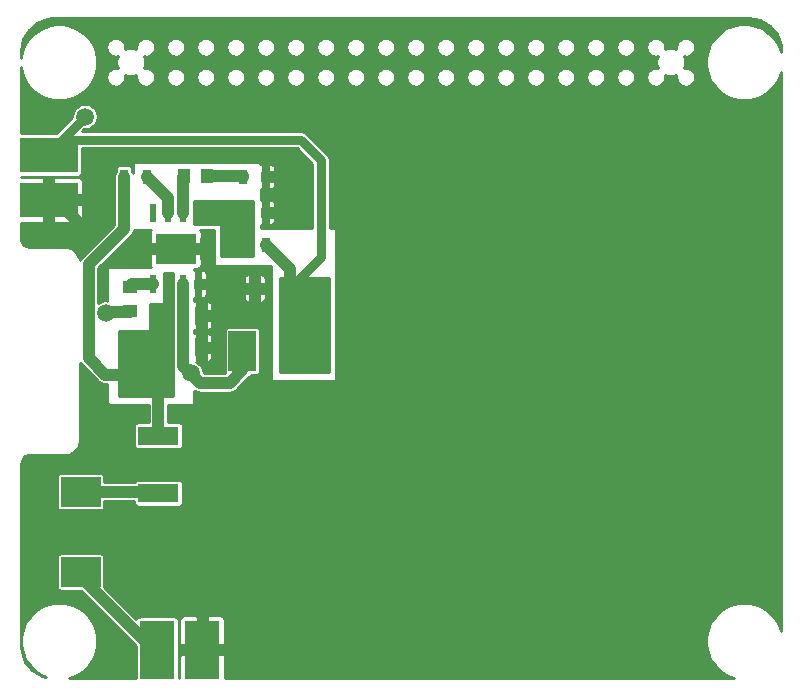
<source format=gbr>
G04 #@! TF.GenerationSoftware,KiCad,Pcbnew,(5.1.2)-2*
G04 #@! TF.CreationDate,2020-02-14T14:24:33-05:00*
G04 #@! TF.ProjectId,rpi-power-supply,7270692d-706f-4776-9572-2d737570706c,rev?*
G04 #@! TF.SameCoordinates,Original*
G04 #@! TF.FileFunction,Copper,L1,Top*
G04 #@! TF.FilePolarity,Positive*
%FSLAX46Y46*%
G04 Gerber Fmt 4.6, Leading zero omitted, Abs format (unit mm)*
G04 Created by KiCad (PCBNEW (5.1.2)-2) date 2020-02-14 14:24:33*
%MOMM*%
%LPD*%
G04 APERTURE LIST*
%ADD10R,1.000000X1.600000*%
%ADD11R,1.000000X1.250000*%
%ADD12R,1.250000X1.000000*%
%ADD13R,3.390000X2.500000*%
%ADD14R,3.500000X1.600000*%
%ADD15R,3.510000X2.620000*%
%ADD16R,0.610000X1.600000*%
%ADD17R,2.350000X3.400000*%
%ADD18R,0.700000X1.300000*%
%ADD19R,3.000000X5.000000*%
%ADD20R,5.000000X3.000000*%
%ADD21C,1.500000*%
%ADD22C,1.000000*%
%ADD23C,0.800000*%
%ADD24C,0.254000*%
G04 APERTURE END LIST*
D10*
X137040000Y-97790000D03*
X140040000Y-97790000D03*
X137040000Y-100490000D03*
X140040000Y-100490000D03*
D11*
X138540000Y-85990000D03*
X140540000Y-85990000D03*
D12*
X133980000Y-97400000D03*
X133980000Y-95400000D03*
D10*
X147540000Y-95490000D03*
X144540000Y-95490000D03*
D13*
X129800000Y-119510000D03*
X129800000Y-112690000D03*
D14*
X136400000Y-107960000D03*
X136400000Y-112840000D03*
D15*
X137860000Y-92120000D03*
D16*
X135955000Y-89120000D03*
X137225000Y-89120000D03*
X138495000Y-89120000D03*
X139765000Y-89120000D03*
X139765000Y-95120000D03*
X138495000Y-95120000D03*
X137225000Y-95120000D03*
X135955000Y-95120000D03*
D17*
X149565000Y-100790000D03*
X143515000Y-100790000D03*
D18*
X133490000Y-86040000D03*
X135390000Y-86040000D03*
X143590000Y-86040000D03*
X145490000Y-86040000D03*
X143590000Y-89040000D03*
X145490000Y-89040000D03*
X145490000Y-91790000D03*
X143590000Y-91790000D03*
D19*
X136300000Y-126100000D03*
D20*
X127100000Y-88000000D03*
D19*
X140100000Y-126100000D03*
D20*
X127100000Y-84200000D03*
D21*
X130760000Y-91030000D03*
X183410000Y-79690000D03*
X139140000Y-102690000D03*
X131940000Y-97590000D03*
X130170000Y-80940000D03*
D22*
X127100000Y-88000000D02*
X127730000Y-88000000D01*
X127730000Y-88000000D02*
X130760000Y-91030000D01*
X138495000Y-89120000D02*
X138495000Y-86035000D01*
X138495000Y-86035000D02*
X138540000Y-85990000D01*
X140540000Y-85990000D02*
X143540000Y-85990000D01*
X143540000Y-85990000D02*
X143590000Y-86040000D01*
X143515000Y-100790000D02*
X143515000Y-102415000D01*
X143515000Y-102415000D02*
X142440000Y-103490000D01*
X142440000Y-103490000D02*
X139940000Y-103490000D01*
X139940000Y-103490000D02*
X139140000Y-102690000D01*
X133980000Y-97500000D02*
X132030000Y-97500000D01*
X131940000Y-97590000D02*
X132030000Y-97500000D01*
X138495000Y-95120000D02*
X138495000Y-102045000D01*
X138495000Y-102045000D02*
X139140000Y-102690000D01*
X135955000Y-95120000D02*
X134160000Y-95120000D01*
X134160000Y-95120000D02*
X133980000Y-95300000D01*
X129800000Y-112690000D02*
X136250000Y-112690000D01*
X136250000Y-112690000D02*
X136400000Y-112840000D01*
X136300000Y-126100000D02*
X135990000Y-126100000D01*
X135990000Y-126100000D02*
X129800000Y-119910000D01*
D23*
X147540000Y-95490000D02*
X150160000Y-92870000D01*
X148440000Y-82900000D02*
X128400000Y-82900000D01*
X150160000Y-84620000D02*
X148440000Y-82900000D01*
X150160000Y-92870000D02*
X150160000Y-84620000D01*
X128400000Y-82900000D02*
X127100000Y-84200000D01*
X127100000Y-84200000D02*
X127100000Y-84010000D01*
X127100000Y-84010000D02*
X130170000Y-80940000D01*
D22*
X147540000Y-95490000D02*
X147540000Y-93840000D01*
X147540000Y-93840000D02*
X145490000Y-91790000D01*
X136400000Y-107960000D02*
X136400000Y-104200000D01*
X136400000Y-104200000D02*
X135000000Y-102800000D01*
X130489999Y-93446003D02*
X130489999Y-101379999D01*
X133490000Y-86040000D02*
X133490000Y-90446002D01*
X133490000Y-90446002D02*
X130489999Y-93446003D01*
X131910000Y-102800000D02*
X135000000Y-102800000D01*
X130489999Y-101379999D02*
X131910000Y-102800000D01*
X137225000Y-87875000D02*
X137225000Y-89120000D01*
X135390000Y-86040000D02*
X137225000Y-87875000D01*
D24*
G36*
X150813000Y-102563000D02*
G01*
X146667000Y-102563000D01*
X146667000Y-94617000D01*
X150813000Y-94617000D01*
X150813000Y-102563000D01*
X150813000Y-102563000D01*
G37*
X150813000Y-102563000D02*
X146667000Y-102563000D01*
X146667000Y-94617000D01*
X150813000Y-94617000D01*
X150813000Y-102563000D01*
G36*
X137613000Y-104563262D02*
G01*
X133027000Y-104572737D01*
X133027000Y-99126520D01*
X135540481Y-99116999D01*
X135565248Y-99114465D01*
X135589045Y-99107148D01*
X135610957Y-99095329D01*
X135630142Y-99079462D01*
X135645863Y-99060157D01*
X135657516Y-99038156D01*
X135664653Y-99014304D01*
X135667000Y-98990000D01*
X135667000Y-96817000D01*
X136740000Y-96817000D01*
X136764776Y-96814560D01*
X136788601Y-96807333D01*
X136810557Y-96795597D01*
X136829803Y-96779803D01*
X136845597Y-96760557D01*
X136857333Y-96738601D01*
X136864560Y-96714776D01*
X136867000Y-96690000D01*
X136867000Y-94217000D01*
X137613000Y-94217000D01*
X137613000Y-104563262D01*
X137613000Y-104563262D01*
G37*
X137613000Y-104563262D02*
X133027000Y-104572737D01*
X133027000Y-99126520D01*
X135540481Y-99116999D01*
X135565248Y-99114465D01*
X135589045Y-99107148D01*
X135610957Y-99095329D01*
X135630142Y-99079462D01*
X135645863Y-99060157D01*
X135657516Y-99038156D01*
X135664653Y-99014304D01*
X135667000Y-98990000D01*
X135667000Y-96817000D01*
X136740000Y-96817000D01*
X136764776Y-96814560D01*
X136788601Y-96807333D01*
X136810557Y-96795597D01*
X136829803Y-96779803D01*
X136845597Y-96760557D01*
X136857333Y-96738601D01*
X136864560Y-96714776D01*
X136867000Y-96690000D01*
X136867000Y-94217000D01*
X137613000Y-94217000D01*
X137613000Y-104563262D01*
G36*
X144413000Y-92763000D02*
G01*
X141667000Y-92763000D01*
X141667000Y-90190000D01*
X141664560Y-90165224D01*
X141657333Y-90141399D01*
X141645597Y-90119443D01*
X141629803Y-90100197D01*
X141610557Y-90084403D01*
X141588601Y-90072667D01*
X141564776Y-90065440D01*
X141540000Y-90063000D01*
X139367000Y-90063000D01*
X139367000Y-88117000D01*
X144413000Y-88117000D01*
X144413000Y-92763000D01*
X144413000Y-92763000D01*
G37*
X144413000Y-92763000D02*
X141667000Y-92763000D01*
X141667000Y-90190000D01*
X141664560Y-90165224D01*
X141657333Y-90141399D01*
X141645597Y-90119443D01*
X141629803Y-90100197D01*
X141610557Y-90084403D01*
X141588601Y-90072667D01*
X141564776Y-90065440D01*
X141540000Y-90063000D01*
X139367000Y-90063000D01*
X139367000Y-88117000D01*
X144413000Y-88117000D01*
X144413000Y-92763000D01*
G36*
X187353463Y-72786491D02*
G01*
X188157018Y-73250630D01*
X188751757Y-73960228D01*
X189073390Y-74844813D01*
X189114100Y-75305808D01*
X189114100Y-75504856D01*
X189092988Y-75398719D01*
X188849730Y-74811442D01*
X188496575Y-74282907D01*
X188047093Y-73833425D01*
X187518558Y-73480270D01*
X186931281Y-73237012D01*
X186307832Y-73113000D01*
X185672168Y-73113000D01*
X185048719Y-73237012D01*
X184461442Y-73480270D01*
X183932907Y-73833425D01*
X183483425Y-74282907D01*
X183130270Y-74811442D01*
X182887012Y-75398719D01*
X182763000Y-76022168D01*
X182763000Y-76657832D01*
X182887012Y-77281281D01*
X183130270Y-77868558D01*
X183483425Y-78397093D01*
X183932907Y-78846575D01*
X184461442Y-79199730D01*
X185048719Y-79442988D01*
X185672168Y-79567000D01*
X186307832Y-79567000D01*
X186931281Y-79442988D01*
X187518558Y-79199730D01*
X188047093Y-78846575D01*
X188496575Y-78397093D01*
X188849730Y-77868558D01*
X189092988Y-77281281D01*
X189114100Y-77175144D01*
X189114101Y-124514861D01*
X189092988Y-124408719D01*
X188849730Y-123821442D01*
X188496575Y-123292907D01*
X188047093Y-122843425D01*
X187518558Y-122490270D01*
X186931281Y-122247012D01*
X186307832Y-122123000D01*
X185672168Y-122123000D01*
X185048719Y-122247012D01*
X184461442Y-122490270D01*
X183932907Y-122843425D01*
X183483425Y-123292907D01*
X183130270Y-123821442D01*
X182887012Y-124408719D01*
X182763000Y-125032168D01*
X182763000Y-125667832D01*
X182887012Y-126291281D01*
X183130270Y-126878558D01*
X183483425Y-127407093D01*
X183932907Y-127856575D01*
X184461442Y-128209730D01*
X185048719Y-128452988D01*
X185117151Y-128466600D01*
X142028930Y-128466600D01*
X142027000Y-126579750D01*
X141920250Y-126473000D01*
X140473000Y-126473000D01*
X140473000Y-126493000D01*
X139727000Y-126493000D01*
X139727000Y-126473000D01*
X138279750Y-126473000D01*
X138173000Y-126579750D01*
X138171070Y-128466600D01*
X138128582Y-128466600D01*
X138128582Y-123600000D01*
X138170934Y-123600000D01*
X138173000Y-125620250D01*
X138279750Y-125727000D01*
X139727000Y-125727000D01*
X139727000Y-123279750D01*
X140473000Y-123279750D01*
X140473000Y-125727000D01*
X141920250Y-125727000D01*
X142027000Y-125620250D01*
X142029066Y-123600000D01*
X142020822Y-123516293D01*
X141996405Y-123435804D01*
X141956755Y-123361624D01*
X141903395Y-123296605D01*
X141838376Y-123243245D01*
X141764196Y-123203595D01*
X141683707Y-123179178D01*
X141600000Y-123170934D01*
X140579750Y-123173000D01*
X140473000Y-123279750D01*
X139727000Y-123279750D01*
X139620250Y-123173000D01*
X138600000Y-123170934D01*
X138516293Y-123179178D01*
X138435804Y-123203595D01*
X138361624Y-123243245D01*
X138296605Y-123296605D01*
X138243245Y-123361624D01*
X138203595Y-123435804D01*
X138179178Y-123516293D01*
X138170934Y-123600000D01*
X138128582Y-123600000D01*
X138122268Y-123535897D01*
X138103570Y-123474257D01*
X138073206Y-123417450D01*
X138032343Y-123367657D01*
X137982550Y-123326794D01*
X137925743Y-123296430D01*
X137864103Y-123277732D01*
X137800000Y-123271418D01*
X134800000Y-123271418D01*
X134735897Y-123277732D01*
X134674257Y-123296430D01*
X134617450Y-123326794D01*
X134567657Y-123367657D01*
X134526794Y-123417450D01*
X134509451Y-123449897D01*
X131823221Y-120763668D01*
X131823582Y-120760000D01*
X131823582Y-118260000D01*
X131817268Y-118195897D01*
X131798570Y-118134257D01*
X131768206Y-118077450D01*
X131727343Y-118027657D01*
X131677550Y-117986794D01*
X131620743Y-117956430D01*
X131559103Y-117937732D01*
X131495000Y-117931418D01*
X128105000Y-117931418D01*
X128040897Y-117937732D01*
X127979257Y-117956430D01*
X127922450Y-117986794D01*
X127872657Y-118027657D01*
X127831794Y-118077450D01*
X127801430Y-118134257D01*
X127782732Y-118195897D01*
X127776418Y-118260000D01*
X127776418Y-120760000D01*
X127782732Y-120824103D01*
X127801430Y-120885743D01*
X127831794Y-120942550D01*
X127872657Y-120992343D01*
X127922450Y-121033206D01*
X127979257Y-121063570D01*
X128040897Y-121082268D01*
X128105000Y-121088582D01*
X129809029Y-121088582D01*
X134471418Y-125750972D01*
X134471418Y-128466600D01*
X128822576Y-128466600D01*
X128941281Y-128442988D01*
X129528558Y-128199730D01*
X130057093Y-127846575D01*
X130506575Y-127397093D01*
X130859730Y-126868558D01*
X131102988Y-126281281D01*
X131227000Y-125657832D01*
X131227000Y-125022168D01*
X131102988Y-124398719D01*
X130859730Y-123811442D01*
X130506575Y-123282907D01*
X130057093Y-122833425D01*
X129528558Y-122480270D01*
X128941281Y-122237012D01*
X128317832Y-122113000D01*
X127682168Y-122113000D01*
X127058719Y-122237012D01*
X126471442Y-122480270D01*
X125942907Y-122833425D01*
X125493425Y-123282907D01*
X125140270Y-123811442D01*
X124897012Y-124398719D01*
X124773000Y-125022168D01*
X124773000Y-125657832D01*
X124897012Y-126281281D01*
X125140270Y-126868558D01*
X125493425Y-127397093D01*
X125942907Y-127846575D01*
X126471442Y-128199730D01*
X126852334Y-128357501D01*
X126529002Y-128300460D01*
X125724959Y-127836041D01*
X125130516Y-127127400D01*
X124808748Y-126243283D01*
X124769906Y-125799487D01*
X124770323Y-125795204D01*
X124768527Y-125777162D01*
X124768554Y-125759032D01*
X124768100Y-125756731D01*
X124768100Y-111440000D01*
X127776418Y-111440000D01*
X127776418Y-113940000D01*
X127782732Y-114004103D01*
X127801430Y-114065743D01*
X127831794Y-114122550D01*
X127872657Y-114172343D01*
X127922450Y-114213206D01*
X127979257Y-114243570D01*
X128040897Y-114262268D01*
X128105000Y-114268582D01*
X131495000Y-114268582D01*
X131559103Y-114262268D01*
X131620743Y-114243570D01*
X131677550Y-114213206D01*
X131727343Y-114172343D01*
X131768206Y-114122550D01*
X131798570Y-114065743D01*
X131817268Y-114004103D01*
X131823582Y-113940000D01*
X131823582Y-113517000D01*
X134321418Y-113517000D01*
X134321418Y-113640000D01*
X134327732Y-113704103D01*
X134346430Y-113765743D01*
X134376794Y-113822550D01*
X134417657Y-113872343D01*
X134467450Y-113913206D01*
X134524257Y-113943570D01*
X134585897Y-113962268D01*
X134650000Y-113968582D01*
X138150000Y-113968582D01*
X138214103Y-113962268D01*
X138275743Y-113943570D01*
X138332550Y-113913206D01*
X138382343Y-113872343D01*
X138423206Y-113822550D01*
X138453570Y-113765743D01*
X138472268Y-113704103D01*
X138478582Y-113640000D01*
X138478582Y-112040000D01*
X138472268Y-111975897D01*
X138453570Y-111914257D01*
X138423206Y-111857450D01*
X138382343Y-111807657D01*
X138332550Y-111766794D01*
X138275743Y-111736430D01*
X138214103Y-111717732D01*
X138150000Y-111711418D01*
X134650000Y-111711418D01*
X134585897Y-111717732D01*
X134524257Y-111736430D01*
X134467450Y-111766794D01*
X134417657Y-111807657D01*
X134376794Y-111857450D01*
X134373827Y-111863000D01*
X131823582Y-111863000D01*
X131823582Y-111440000D01*
X131817268Y-111375897D01*
X131798570Y-111314257D01*
X131768206Y-111257450D01*
X131727343Y-111207657D01*
X131677550Y-111166794D01*
X131620743Y-111136430D01*
X131559103Y-111117732D01*
X131495000Y-111111418D01*
X128105000Y-111111418D01*
X128040897Y-111117732D01*
X127979257Y-111136430D01*
X127922450Y-111166794D01*
X127872657Y-111207657D01*
X127831794Y-111257450D01*
X127801430Y-111314257D01*
X127782732Y-111375897D01*
X127776418Y-111440000D01*
X124768100Y-111440000D01*
X124768100Y-110322415D01*
X124813470Y-110065089D01*
X124929492Y-109864173D01*
X125107238Y-109715083D01*
X125338441Y-109630854D01*
X125435184Y-109622403D01*
X125439496Y-109622823D01*
X125457538Y-109621027D01*
X125475668Y-109621054D01*
X125477969Y-109620600D01*
X128437066Y-109620600D01*
X128453428Y-109620782D01*
X128455513Y-109620600D01*
X128457619Y-109620600D01*
X128473999Y-109618987D01*
X128630739Y-109605308D01*
X128661665Y-109603624D01*
X128685671Y-109597476D01*
X128710027Y-109592912D01*
X128738763Y-109581382D01*
X129020032Y-109479061D01*
X129030390Y-109476872D01*
X129054866Y-109466389D01*
X129062385Y-109463654D01*
X129071864Y-109459109D01*
X129098655Y-109447635D01*
X129105305Y-109443076D01*
X129112569Y-109439593D01*
X129135868Y-109422122D01*
X129144557Y-109416165D01*
X129150692Y-109411006D01*
X129171983Y-109395041D01*
X129179048Y-109387162D01*
X129390024Y-109209759D01*
X129398582Y-109204442D01*
X129418383Y-109185912D01*
X129424905Y-109180428D01*
X129431909Y-109173255D01*
X129452805Y-109153700D01*
X129457797Y-109146739D01*
X129463785Y-109140607D01*
X129479414Y-109116601D01*
X129485242Y-109108476D01*
X129489493Y-109101121D01*
X129504303Y-109078373D01*
X129508050Y-109069011D01*
X129646163Y-108830035D01*
X129652614Y-108821814D01*
X129664696Y-108797968D01*
X129668775Y-108790910D01*
X129673076Y-108781428D01*
X129686178Y-108755569D01*
X129688382Y-108747687D01*
X129691766Y-108740226D01*
X129698367Y-108711970D01*
X129701163Y-108701971D01*
X129702574Y-108693965D01*
X129708661Y-108667911D01*
X129709008Y-108657460D01*
X129758444Y-108376954D01*
X129762645Y-108363105D01*
X129764875Y-108340466D01*
X129765592Y-108336396D01*
X129766688Y-108322056D01*
X129768100Y-108307719D01*
X129768100Y-108303580D01*
X129769833Y-108280904D01*
X129768100Y-108266541D01*
X129768100Y-101783780D01*
X129799047Y-101841678D01*
X129876497Y-101936050D01*
X129902394Y-101967605D01*
X129933946Y-101993499D01*
X131296503Y-103356058D01*
X131322394Y-103387606D01*
X131353941Y-103413496D01*
X131353948Y-103413503D01*
X131448320Y-103490952D01*
X131525113Y-103531998D01*
X131591990Y-103567745D01*
X131747880Y-103615034D01*
X131869376Y-103627000D01*
X131869386Y-103627000D01*
X131910000Y-103631000D01*
X131950614Y-103627000D01*
X132073000Y-103627000D01*
X132073000Y-105200000D01*
X132075440Y-105224776D01*
X132082667Y-105248601D01*
X132094403Y-105270557D01*
X132110197Y-105289803D01*
X132129443Y-105305597D01*
X132151399Y-105317333D01*
X132175224Y-105324560D01*
X132200000Y-105327000D01*
X135573001Y-105327000D01*
X135573000Y-106831418D01*
X134650000Y-106831418D01*
X134585897Y-106837732D01*
X134524257Y-106856430D01*
X134467450Y-106886794D01*
X134417657Y-106927657D01*
X134376794Y-106977450D01*
X134346430Y-107034257D01*
X134327732Y-107095897D01*
X134321418Y-107160000D01*
X134321418Y-108760000D01*
X134327732Y-108824103D01*
X134346430Y-108885743D01*
X134376794Y-108942550D01*
X134417657Y-108992343D01*
X134467450Y-109033206D01*
X134524257Y-109063570D01*
X134585897Y-109082268D01*
X134650000Y-109088582D01*
X138150000Y-109088582D01*
X138214103Y-109082268D01*
X138275743Y-109063570D01*
X138332550Y-109033206D01*
X138382343Y-108992343D01*
X138423206Y-108942550D01*
X138453570Y-108885743D01*
X138472268Y-108824103D01*
X138478582Y-108760000D01*
X138478582Y-107160000D01*
X138472268Y-107095897D01*
X138453570Y-107034257D01*
X138423206Y-106977450D01*
X138382343Y-106927657D01*
X138332550Y-106886794D01*
X138275743Y-106856430D01*
X138214103Y-106837732D01*
X138150000Y-106831418D01*
X137227000Y-106831418D01*
X137227000Y-105327000D01*
X139300000Y-105327000D01*
X139324776Y-105324560D01*
X139348601Y-105317333D01*
X139370557Y-105305597D01*
X139389803Y-105289803D01*
X139405597Y-105270557D01*
X139417333Y-105248601D01*
X139424560Y-105224776D01*
X139427000Y-105199888D01*
X139426067Y-104138069D01*
X139478320Y-104180952D01*
X139513957Y-104200000D01*
X139621990Y-104257745D01*
X139777880Y-104305034D01*
X139899376Y-104317000D01*
X139899386Y-104317000D01*
X139940000Y-104321000D01*
X139980614Y-104317000D01*
X142399386Y-104317000D01*
X142440000Y-104321000D01*
X142480614Y-104317000D01*
X142480624Y-104317000D01*
X142602120Y-104305034D01*
X142758010Y-104257745D01*
X142901679Y-104180952D01*
X143027606Y-104077606D01*
X143053505Y-104046048D01*
X144071058Y-103028497D01*
X144102606Y-103002606D01*
X144128496Y-102971059D01*
X144128503Y-102971052D01*
X144205952Y-102876680D01*
X144237006Y-102818582D01*
X144690000Y-102818582D01*
X144754103Y-102812268D01*
X144815743Y-102793570D01*
X144872550Y-102763206D01*
X144922343Y-102722343D01*
X144963206Y-102672550D01*
X144993570Y-102615743D01*
X145012268Y-102554103D01*
X145018582Y-102490000D01*
X145018582Y-99090000D01*
X145012268Y-99025897D01*
X144993570Y-98964257D01*
X144963206Y-98907450D01*
X144922343Y-98857657D01*
X144872550Y-98816794D01*
X144815743Y-98786430D01*
X144754103Y-98767732D01*
X144690000Y-98761418D01*
X142340000Y-98761418D01*
X142275897Y-98767732D01*
X142214257Y-98786430D01*
X142157450Y-98816794D01*
X142107657Y-98857657D01*
X142066794Y-98907450D01*
X142036430Y-98964257D01*
X142017732Y-99025897D01*
X142011418Y-99090000D01*
X142011418Y-102490000D01*
X142017732Y-102554103D01*
X142036430Y-102615743D01*
X142061689Y-102663000D01*
X140282554Y-102663000D01*
X140217000Y-102597446D01*
X140217000Y-102583925D01*
X140175611Y-102375851D01*
X140094425Y-102179849D01*
X139976560Y-102003453D01*
X139826547Y-101853440D01*
X139650151Y-101735575D01*
X139573447Y-101703803D01*
X139667000Y-101610250D01*
X139667000Y-100863000D01*
X140413000Y-100863000D01*
X140413000Y-101610250D01*
X140519750Y-101717000D01*
X140540000Y-101719066D01*
X140623707Y-101710822D01*
X140704196Y-101686405D01*
X140778376Y-101646755D01*
X140843395Y-101593395D01*
X140896755Y-101528376D01*
X140936405Y-101454196D01*
X140960822Y-101373707D01*
X140969066Y-101290000D01*
X140967000Y-100969750D01*
X140860250Y-100863000D01*
X140413000Y-100863000D01*
X139667000Y-100863000D01*
X139647000Y-100863000D01*
X139647000Y-100117000D01*
X139667000Y-100117000D01*
X139667000Y-99369750D01*
X140413000Y-99369750D01*
X140413000Y-100117000D01*
X140860250Y-100117000D01*
X140967000Y-100010250D01*
X140969066Y-99690000D01*
X140960822Y-99606293D01*
X140936405Y-99525804D01*
X140896755Y-99451624D01*
X140843395Y-99386605D01*
X140778376Y-99333245D01*
X140704196Y-99293595D01*
X140623707Y-99269178D01*
X140540000Y-99260934D01*
X140519750Y-99263000D01*
X140413000Y-99369750D01*
X139667000Y-99369750D01*
X139560250Y-99263000D01*
X139540000Y-99260934D01*
X139456293Y-99269178D01*
X139421798Y-99279642D01*
X139421552Y-99000283D01*
X139456293Y-99010822D01*
X139540000Y-99019066D01*
X139560250Y-99017000D01*
X139667000Y-98910250D01*
X139667000Y-98163000D01*
X140413000Y-98163000D01*
X140413000Y-98910250D01*
X140519750Y-99017000D01*
X140540000Y-99019066D01*
X140623707Y-99010822D01*
X140704196Y-98986405D01*
X140778376Y-98946755D01*
X140843395Y-98893395D01*
X140896755Y-98828376D01*
X140936405Y-98754196D01*
X140960822Y-98673707D01*
X140969066Y-98590000D01*
X140967000Y-98269750D01*
X140860250Y-98163000D01*
X140413000Y-98163000D01*
X139667000Y-98163000D01*
X139647000Y-98163000D01*
X139647000Y-97417000D01*
X139667000Y-97417000D01*
X139667000Y-96669750D01*
X140413000Y-96669750D01*
X140413000Y-97417000D01*
X140860250Y-97417000D01*
X140967000Y-97310250D01*
X140969066Y-96990000D01*
X140960822Y-96906293D01*
X140936405Y-96825804D01*
X140896755Y-96751624D01*
X140843395Y-96686605D01*
X140778376Y-96633245D01*
X140704196Y-96593595D01*
X140623707Y-96569178D01*
X140540000Y-96560934D01*
X140519750Y-96563000D01*
X140413000Y-96669750D01*
X139667000Y-96669750D01*
X139560250Y-96563000D01*
X139540000Y-96560934D01*
X139456293Y-96569178D01*
X139419426Y-96580362D01*
X139419219Y-96345050D01*
X139460000Y-96349066D01*
X139480250Y-96347000D01*
X139587000Y-96240250D01*
X139587000Y-95493000D01*
X139943000Y-95493000D01*
X139943000Y-96240250D01*
X140049750Y-96347000D01*
X140070000Y-96349066D01*
X140153707Y-96340822D01*
X140234196Y-96316405D01*
X140283596Y-96290000D01*
X143610934Y-96290000D01*
X143619178Y-96373707D01*
X143643595Y-96454196D01*
X143683245Y-96528376D01*
X143736605Y-96593395D01*
X143801624Y-96646755D01*
X143875804Y-96686405D01*
X143956293Y-96710822D01*
X144040000Y-96719066D01*
X144060250Y-96717000D01*
X144167000Y-96610250D01*
X144167000Y-95863000D01*
X144913000Y-95863000D01*
X144913000Y-96610250D01*
X145019750Y-96717000D01*
X145040000Y-96719066D01*
X145123707Y-96710822D01*
X145204196Y-96686405D01*
X145278376Y-96646755D01*
X145343395Y-96593395D01*
X145396755Y-96528376D01*
X145436405Y-96454196D01*
X145460822Y-96373707D01*
X145469066Y-96290000D01*
X145467000Y-95969750D01*
X145360250Y-95863000D01*
X144913000Y-95863000D01*
X144167000Y-95863000D01*
X143719750Y-95863000D01*
X143613000Y-95969750D01*
X143610934Y-96290000D01*
X140283596Y-96290000D01*
X140308376Y-96276755D01*
X140373395Y-96223395D01*
X140426755Y-96158376D01*
X140466405Y-96084196D01*
X140490822Y-96003707D01*
X140499066Y-95920000D01*
X140497000Y-95599750D01*
X140390250Y-95493000D01*
X139943000Y-95493000D01*
X139587000Y-95493000D01*
X139460000Y-95493000D01*
X139460000Y-94747000D01*
X139587000Y-94747000D01*
X139587000Y-93999750D01*
X139943000Y-93999750D01*
X139943000Y-94747000D01*
X140390250Y-94747000D01*
X140447250Y-94690000D01*
X143610934Y-94690000D01*
X143613000Y-95010250D01*
X143719750Y-95117000D01*
X144167000Y-95117000D01*
X144167000Y-94369750D01*
X144913000Y-94369750D01*
X144913000Y-95117000D01*
X145360250Y-95117000D01*
X145467000Y-95010250D01*
X145469066Y-94690000D01*
X145460822Y-94606293D01*
X145436405Y-94525804D01*
X145396755Y-94451624D01*
X145343395Y-94386605D01*
X145278376Y-94333245D01*
X145204196Y-94293595D01*
X145123707Y-94269178D01*
X145040000Y-94260934D01*
X145019750Y-94263000D01*
X144913000Y-94369750D01*
X144167000Y-94369750D01*
X144060250Y-94263000D01*
X144040000Y-94260934D01*
X143956293Y-94269178D01*
X143875804Y-94293595D01*
X143801624Y-94333245D01*
X143736605Y-94386605D01*
X143683245Y-94451624D01*
X143643595Y-94525804D01*
X143619178Y-94606293D01*
X143610934Y-94690000D01*
X140447250Y-94690000D01*
X140497000Y-94640250D01*
X140499066Y-94320000D01*
X140490822Y-94236293D01*
X140466405Y-94155804D01*
X140426755Y-94081624D01*
X140373395Y-94016605D01*
X140308376Y-93963245D01*
X140234196Y-93923595D01*
X140153707Y-93899178D01*
X140070000Y-93890934D01*
X140049750Y-93893000D01*
X139943000Y-93999750D01*
X139587000Y-93999750D01*
X139480250Y-93893000D01*
X139460000Y-93890934D01*
X139417066Y-93895162D01*
X139417034Y-93858745D01*
X139615000Y-93859066D01*
X139698707Y-93850822D01*
X139779196Y-93826405D01*
X139853376Y-93786755D01*
X139918395Y-93733395D01*
X139971755Y-93668376D01*
X140011405Y-93594196D01*
X140035822Y-93513707D01*
X140044066Y-93430000D01*
X140042000Y-92599750D01*
X139935250Y-92493000D01*
X138233000Y-92493000D01*
X138233000Y-92513000D01*
X137487000Y-92513000D01*
X137487000Y-92493000D01*
X135784750Y-92493000D01*
X135678000Y-92599750D01*
X135675934Y-93430000D01*
X135684178Y-93513707D01*
X135708595Y-93594196D01*
X135748245Y-93668376D01*
X135762599Y-93685866D01*
X132200257Y-93678662D01*
X132175475Y-93681052D01*
X132151637Y-93688231D01*
X132129656Y-93699923D01*
X132110379Y-93715678D01*
X132094546Y-93734891D01*
X132082766Y-93756824D01*
X132075491Y-93780634D01*
X132073000Y-93805662D01*
X132073000Y-96518356D01*
X132046075Y-96513000D01*
X131833925Y-96513000D01*
X131625851Y-96554389D01*
X131429849Y-96635575D01*
X131316999Y-96710980D01*
X131316999Y-93788556D01*
X134046053Y-91059503D01*
X134077606Y-91033608D01*
X134125732Y-90974967D01*
X134180952Y-90907682D01*
X134257744Y-90764013D01*
X134257745Y-90764012D01*
X134305034Y-90608122D01*
X134313409Y-90523085D01*
X134320761Y-90527066D01*
X134344546Y-90534423D01*
X134370186Y-90537000D01*
X135778352Y-90534938D01*
X135748245Y-90571624D01*
X135708595Y-90645804D01*
X135684178Y-90726293D01*
X135675934Y-90810000D01*
X135678000Y-91640250D01*
X135784750Y-91747000D01*
X137487000Y-91747000D01*
X137487000Y-91727000D01*
X138233000Y-91727000D01*
X138233000Y-91747000D01*
X139935250Y-91747000D01*
X140042000Y-91640250D01*
X140044066Y-90810000D01*
X140035822Y-90726293D01*
X140011405Y-90645804D01*
X139971755Y-90571624D01*
X139936651Y-90528850D01*
X141073000Y-90527186D01*
X141073000Y-93500000D01*
X141075440Y-93524776D01*
X141082667Y-93548601D01*
X141094403Y-93570557D01*
X141110197Y-93589803D01*
X141129443Y-93605597D01*
X141151399Y-93617333D01*
X141175224Y-93624560D01*
X141200262Y-93627000D01*
X145913000Y-93617263D01*
X145913000Y-103190000D01*
X145915440Y-103214776D01*
X145922667Y-103238601D01*
X145934403Y-103260557D01*
X145950197Y-103279803D01*
X145969443Y-103295597D01*
X145991399Y-103307333D01*
X146015224Y-103314560D01*
X146040000Y-103317000D01*
X151340000Y-103317000D01*
X151364776Y-103314560D01*
X151388601Y-103307333D01*
X151410557Y-103295597D01*
X151429803Y-103279803D01*
X151445597Y-103260557D01*
X151457333Y-103238601D01*
X151464560Y-103214776D01*
X151467000Y-103190000D01*
X151467000Y-90490000D01*
X151464560Y-90465224D01*
X151457333Y-90441399D01*
X151445597Y-90419443D01*
X151429803Y-90400197D01*
X151410557Y-90384403D01*
X151388601Y-90372667D01*
X151364776Y-90365440D01*
X151340000Y-90363000D01*
X150887000Y-90363000D01*
X150887000Y-84655705D01*
X150890517Y-84619999D01*
X150881313Y-84526553D01*
X150876480Y-84477483D01*
X150834910Y-84340443D01*
X150767403Y-84214147D01*
X150676554Y-84103446D01*
X150648812Y-84080679D01*
X148979326Y-82411194D01*
X148956554Y-82383446D01*
X148845853Y-82292597D01*
X148719557Y-82225090D01*
X148582517Y-82183520D01*
X148475708Y-82173000D01*
X148440000Y-82169483D01*
X148404292Y-82173000D01*
X129965134Y-82173000D01*
X130121134Y-82017000D01*
X130276075Y-82017000D01*
X130484149Y-81975611D01*
X130680151Y-81894425D01*
X130856547Y-81776560D01*
X131006560Y-81626547D01*
X131124425Y-81450151D01*
X131205611Y-81254149D01*
X131247000Y-81046075D01*
X131247000Y-80833925D01*
X131205611Y-80625851D01*
X131124425Y-80429849D01*
X131006560Y-80253453D01*
X130856547Y-80103440D01*
X130680151Y-79985575D01*
X130484149Y-79904389D01*
X130276075Y-79863000D01*
X130063925Y-79863000D01*
X129855851Y-79904389D01*
X129659849Y-79985575D01*
X129483453Y-80103440D01*
X129333440Y-80253453D01*
X129215575Y-80429849D01*
X129134389Y-80625851D01*
X129093000Y-80833925D01*
X129093000Y-80988866D01*
X127710449Y-82371418D01*
X124768100Y-82371418D01*
X124768100Y-76743745D01*
X124877012Y-77291281D01*
X125120270Y-77878558D01*
X125473425Y-78407093D01*
X125922907Y-78856575D01*
X126451442Y-79209730D01*
X127038719Y-79452988D01*
X127662168Y-79577000D01*
X128297832Y-79577000D01*
X128921281Y-79452988D01*
X129508558Y-79209730D01*
X130037093Y-78856575D01*
X130486575Y-78407093D01*
X130839730Y-77878558D01*
X131082988Y-77291281D01*
X131207000Y-76667832D01*
X131207000Y-76032168D01*
X131082988Y-75408719D01*
X130905515Y-74980261D01*
X131980400Y-74980261D01*
X131980400Y-75139739D01*
X132011513Y-75296152D01*
X132072542Y-75443489D01*
X132161143Y-75576090D01*
X132273910Y-75688857D01*
X132406511Y-75777458D01*
X132553848Y-75838487D01*
X132710261Y-75869600D01*
X132869739Y-75869600D01*
X132940331Y-75855558D01*
X132890730Y-75975306D01*
X132844000Y-76210234D01*
X132844000Y-76449766D01*
X132890730Y-76684694D01*
X132940331Y-76804442D01*
X132869739Y-76790400D01*
X132710261Y-76790400D01*
X132553848Y-76821513D01*
X132406511Y-76882542D01*
X132273910Y-76971143D01*
X132161143Y-77083910D01*
X132072542Y-77216511D01*
X132011513Y-77363848D01*
X131980400Y-77520261D01*
X131980400Y-77679739D01*
X132011513Y-77836152D01*
X132072542Y-77983489D01*
X132161143Y-78116090D01*
X132273910Y-78228857D01*
X132406511Y-78317458D01*
X132553848Y-78378487D01*
X132710261Y-78409600D01*
X132869739Y-78409600D01*
X133026152Y-78378487D01*
X133173489Y-78317458D01*
X133306090Y-78228857D01*
X133418857Y-78116090D01*
X133507458Y-77983489D01*
X133568487Y-77836152D01*
X133599600Y-77679739D01*
X133599600Y-77520261D01*
X133585558Y-77449669D01*
X133705306Y-77499270D01*
X133940234Y-77546000D01*
X134179766Y-77546000D01*
X134414694Y-77499270D01*
X134534442Y-77449669D01*
X134520400Y-77520261D01*
X134520400Y-77679739D01*
X134551513Y-77836152D01*
X134612542Y-77983489D01*
X134701143Y-78116090D01*
X134813910Y-78228857D01*
X134946511Y-78317458D01*
X135093848Y-78378487D01*
X135250261Y-78409600D01*
X135409739Y-78409600D01*
X135566152Y-78378487D01*
X135713489Y-78317458D01*
X135846090Y-78228857D01*
X135958857Y-78116090D01*
X136047458Y-77983489D01*
X136108487Y-77836152D01*
X136139600Y-77679739D01*
X136139600Y-77520261D01*
X137060400Y-77520261D01*
X137060400Y-77679739D01*
X137091513Y-77836152D01*
X137152542Y-77983489D01*
X137241143Y-78116090D01*
X137353910Y-78228857D01*
X137486511Y-78317458D01*
X137633848Y-78378487D01*
X137790261Y-78409600D01*
X137949739Y-78409600D01*
X138106152Y-78378487D01*
X138253489Y-78317458D01*
X138386090Y-78228857D01*
X138498857Y-78116090D01*
X138587458Y-77983489D01*
X138648487Y-77836152D01*
X138679600Y-77679739D01*
X138679600Y-77520261D01*
X139600400Y-77520261D01*
X139600400Y-77679739D01*
X139631513Y-77836152D01*
X139692542Y-77983489D01*
X139781143Y-78116090D01*
X139893910Y-78228857D01*
X140026511Y-78317458D01*
X140173848Y-78378487D01*
X140330261Y-78409600D01*
X140489739Y-78409600D01*
X140646152Y-78378487D01*
X140793489Y-78317458D01*
X140926090Y-78228857D01*
X141038857Y-78116090D01*
X141127458Y-77983489D01*
X141188487Y-77836152D01*
X141219600Y-77679739D01*
X141219600Y-77520261D01*
X142140400Y-77520261D01*
X142140400Y-77679739D01*
X142171513Y-77836152D01*
X142232542Y-77983489D01*
X142321143Y-78116090D01*
X142433910Y-78228857D01*
X142566511Y-78317458D01*
X142713848Y-78378487D01*
X142870261Y-78409600D01*
X143029739Y-78409600D01*
X143186152Y-78378487D01*
X143333489Y-78317458D01*
X143466090Y-78228857D01*
X143578857Y-78116090D01*
X143667458Y-77983489D01*
X143728487Y-77836152D01*
X143759600Y-77679739D01*
X143759600Y-77520261D01*
X144680400Y-77520261D01*
X144680400Y-77679739D01*
X144711513Y-77836152D01*
X144772542Y-77983489D01*
X144861143Y-78116090D01*
X144973910Y-78228857D01*
X145106511Y-78317458D01*
X145253848Y-78378487D01*
X145410261Y-78409600D01*
X145569739Y-78409600D01*
X145726152Y-78378487D01*
X145873489Y-78317458D01*
X146006090Y-78228857D01*
X146118857Y-78116090D01*
X146207458Y-77983489D01*
X146268487Y-77836152D01*
X146299600Y-77679739D01*
X146299600Y-77520261D01*
X147220400Y-77520261D01*
X147220400Y-77679739D01*
X147251513Y-77836152D01*
X147312542Y-77983489D01*
X147401143Y-78116090D01*
X147513910Y-78228857D01*
X147646511Y-78317458D01*
X147793848Y-78378487D01*
X147950261Y-78409600D01*
X148109739Y-78409600D01*
X148266152Y-78378487D01*
X148413489Y-78317458D01*
X148546090Y-78228857D01*
X148658857Y-78116090D01*
X148747458Y-77983489D01*
X148808487Y-77836152D01*
X148839600Y-77679739D01*
X148839600Y-77520261D01*
X149760400Y-77520261D01*
X149760400Y-77679739D01*
X149791513Y-77836152D01*
X149852542Y-77983489D01*
X149941143Y-78116090D01*
X150053910Y-78228857D01*
X150186511Y-78317458D01*
X150333848Y-78378487D01*
X150490261Y-78409600D01*
X150649739Y-78409600D01*
X150806152Y-78378487D01*
X150953489Y-78317458D01*
X151086090Y-78228857D01*
X151198857Y-78116090D01*
X151287458Y-77983489D01*
X151348487Y-77836152D01*
X151379600Y-77679739D01*
X151379600Y-77520261D01*
X152300400Y-77520261D01*
X152300400Y-77679739D01*
X152331513Y-77836152D01*
X152392542Y-77983489D01*
X152481143Y-78116090D01*
X152593910Y-78228857D01*
X152726511Y-78317458D01*
X152873848Y-78378487D01*
X153030261Y-78409600D01*
X153189739Y-78409600D01*
X153346152Y-78378487D01*
X153493489Y-78317458D01*
X153626090Y-78228857D01*
X153738857Y-78116090D01*
X153827458Y-77983489D01*
X153888487Y-77836152D01*
X153919600Y-77679739D01*
X153919600Y-77520261D01*
X154840400Y-77520261D01*
X154840400Y-77679739D01*
X154871513Y-77836152D01*
X154932542Y-77983489D01*
X155021143Y-78116090D01*
X155133910Y-78228857D01*
X155266511Y-78317458D01*
X155413848Y-78378487D01*
X155570261Y-78409600D01*
X155729739Y-78409600D01*
X155886152Y-78378487D01*
X156033489Y-78317458D01*
X156166090Y-78228857D01*
X156278857Y-78116090D01*
X156367458Y-77983489D01*
X156428487Y-77836152D01*
X156459600Y-77679739D01*
X156459600Y-77520261D01*
X157380400Y-77520261D01*
X157380400Y-77679739D01*
X157411513Y-77836152D01*
X157472542Y-77983489D01*
X157561143Y-78116090D01*
X157673910Y-78228857D01*
X157806511Y-78317458D01*
X157953848Y-78378487D01*
X158110261Y-78409600D01*
X158269739Y-78409600D01*
X158426152Y-78378487D01*
X158573489Y-78317458D01*
X158706090Y-78228857D01*
X158818857Y-78116090D01*
X158907458Y-77983489D01*
X158968487Y-77836152D01*
X158999600Y-77679739D01*
X158999600Y-77520261D01*
X159920400Y-77520261D01*
X159920400Y-77679739D01*
X159951513Y-77836152D01*
X160012542Y-77983489D01*
X160101143Y-78116090D01*
X160213910Y-78228857D01*
X160346511Y-78317458D01*
X160493848Y-78378487D01*
X160650261Y-78409600D01*
X160809739Y-78409600D01*
X160966152Y-78378487D01*
X161113489Y-78317458D01*
X161246090Y-78228857D01*
X161358857Y-78116090D01*
X161447458Y-77983489D01*
X161508487Y-77836152D01*
X161539600Y-77679739D01*
X161539600Y-77520261D01*
X162460400Y-77520261D01*
X162460400Y-77679739D01*
X162491513Y-77836152D01*
X162552542Y-77983489D01*
X162641143Y-78116090D01*
X162753910Y-78228857D01*
X162886511Y-78317458D01*
X163033848Y-78378487D01*
X163190261Y-78409600D01*
X163349739Y-78409600D01*
X163506152Y-78378487D01*
X163653489Y-78317458D01*
X163786090Y-78228857D01*
X163898857Y-78116090D01*
X163987458Y-77983489D01*
X164048487Y-77836152D01*
X164079600Y-77679739D01*
X164079600Y-77520261D01*
X165000400Y-77520261D01*
X165000400Y-77679739D01*
X165031513Y-77836152D01*
X165092542Y-77983489D01*
X165181143Y-78116090D01*
X165293910Y-78228857D01*
X165426511Y-78317458D01*
X165573848Y-78378487D01*
X165730261Y-78409600D01*
X165889739Y-78409600D01*
X166046152Y-78378487D01*
X166193489Y-78317458D01*
X166326090Y-78228857D01*
X166438857Y-78116090D01*
X166527458Y-77983489D01*
X166588487Y-77836152D01*
X166619600Y-77679739D01*
X166619600Y-77520261D01*
X167540400Y-77520261D01*
X167540400Y-77679739D01*
X167571513Y-77836152D01*
X167632542Y-77983489D01*
X167721143Y-78116090D01*
X167833910Y-78228857D01*
X167966511Y-78317458D01*
X168113848Y-78378487D01*
X168270261Y-78409600D01*
X168429739Y-78409600D01*
X168586152Y-78378487D01*
X168733489Y-78317458D01*
X168866090Y-78228857D01*
X168978857Y-78116090D01*
X169067458Y-77983489D01*
X169128487Y-77836152D01*
X169159600Y-77679739D01*
X169159600Y-77520261D01*
X170080400Y-77520261D01*
X170080400Y-77679739D01*
X170111513Y-77836152D01*
X170172542Y-77983489D01*
X170261143Y-78116090D01*
X170373910Y-78228857D01*
X170506511Y-78317458D01*
X170653848Y-78378487D01*
X170810261Y-78409600D01*
X170969739Y-78409600D01*
X171126152Y-78378487D01*
X171273489Y-78317458D01*
X171406090Y-78228857D01*
X171518857Y-78116090D01*
X171607458Y-77983489D01*
X171668487Y-77836152D01*
X171699600Y-77679739D01*
X171699600Y-77520261D01*
X172620400Y-77520261D01*
X172620400Y-77679739D01*
X172651513Y-77836152D01*
X172712542Y-77983489D01*
X172801143Y-78116090D01*
X172913910Y-78228857D01*
X173046511Y-78317458D01*
X173193848Y-78378487D01*
X173350261Y-78409600D01*
X173509739Y-78409600D01*
X173666152Y-78378487D01*
X173813489Y-78317458D01*
X173946090Y-78228857D01*
X174058857Y-78116090D01*
X174147458Y-77983489D01*
X174208487Y-77836152D01*
X174239600Y-77679739D01*
X174239600Y-77520261D01*
X175160400Y-77520261D01*
X175160400Y-77679739D01*
X175191513Y-77836152D01*
X175252542Y-77983489D01*
X175341143Y-78116090D01*
X175453910Y-78228857D01*
X175586511Y-78317458D01*
X175733848Y-78378487D01*
X175890261Y-78409600D01*
X176049739Y-78409600D01*
X176206152Y-78378487D01*
X176353489Y-78317458D01*
X176486090Y-78228857D01*
X176598857Y-78116090D01*
X176687458Y-77983489D01*
X176748487Y-77836152D01*
X176779600Y-77679739D01*
X176779600Y-77520261D01*
X176748487Y-77363848D01*
X176687458Y-77216511D01*
X176598857Y-77083910D01*
X176486090Y-76971143D01*
X176353489Y-76882542D01*
X176206152Y-76821513D01*
X176049739Y-76790400D01*
X175890261Y-76790400D01*
X175733848Y-76821513D01*
X175586511Y-76882542D01*
X175453910Y-76971143D01*
X175341143Y-77083910D01*
X175252542Y-77216511D01*
X175191513Y-77363848D01*
X175160400Y-77520261D01*
X174239600Y-77520261D01*
X174208487Y-77363848D01*
X174147458Y-77216511D01*
X174058857Y-77083910D01*
X173946090Y-76971143D01*
X173813489Y-76882542D01*
X173666152Y-76821513D01*
X173509739Y-76790400D01*
X173350261Y-76790400D01*
X173193848Y-76821513D01*
X173046511Y-76882542D01*
X172913910Y-76971143D01*
X172801143Y-77083910D01*
X172712542Y-77216511D01*
X172651513Y-77363848D01*
X172620400Y-77520261D01*
X171699600Y-77520261D01*
X171668487Y-77363848D01*
X171607458Y-77216511D01*
X171518857Y-77083910D01*
X171406090Y-76971143D01*
X171273489Y-76882542D01*
X171126152Y-76821513D01*
X170969739Y-76790400D01*
X170810261Y-76790400D01*
X170653848Y-76821513D01*
X170506511Y-76882542D01*
X170373910Y-76971143D01*
X170261143Y-77083910D01*
X170172542Y-77216511D01*
X170111513Y-77363848D01*
X170080400Y-77520261D01*
X169159600Y-77520261D01*
X169128487Y-77363848D01*
X169067458Y-77216511D01*
X168978857Y-77083910D01*
X168866090Y-76971143D01*
X168733489Y-76882542D01*
X168586152Y-76821513D01*
X168429739Y-76790400D01*
X168270261Y-76790400D01*
X168113848Y-76821513D01*
X167966511Y-76882542D01*
X167833910Y-76971143D01*
X167721143Y-77083910D01*
X167632542Y-77216511D01*
X167571513Y-77363848D01*
X167540400Y-77520261D01*
X166619600Y-77520261D01*
X166588487Y-77363848D01*
X166527458Y-77216511D01*
X166438857Y-77083910D01*
X166326090Y-76971143D01*
X166193489Y-76882542D01*
X166046152Y-76821513D01*
X165889739Y-76790400D01*
X165730261Y-76790400D01*
X165573848Y-76821513D01*
X165426511Y-76882542D01*
X165293910Y-76971143D01*
X165181143Y-77083910D01*
X165092542Y-77216511D01*
X165031513Y-77363848D01*
X165000400Y-77520261D01*
X164079600Y-77520261D01*
X164048487Y-77363848D01*
X163987458Y-77216511D01*
X163898857Y-77083910D01*
X163786090Y-76971143D01*
X163653489Y-76882542D01*
X163506152Y-76821513D01*
X163349739Y-76790400D01*
X163190261Y-76790400D01*
X163033848Y-76821513D01*
X162886511Y-76882542D01*
X162753910Y-76971143D01*
X162641143Y-77083910D01*
X162552542Y-77216511D01*
X162491513Y-77363848D01*
X162460400Y-77520261D01*
X161539600Y-77520261D01*
X161508487Y-77363848D01*
X161447458Y-77216511D01*
X161358857Y-77083910D01*
X161246090Y-76971143D01*
X161113489Y-76882542D01*
X160966152Y-76821513D01*
X160809739Y-76790400D01*
X160650261Y-76790400D01*
X160493848Y-76821513D01*
X160346511Y-76882542D01*
X160213910Y-76971143D01*
X160101143Y-77083910D01*
X160012542Y-77216511D01*
X159951513Y-77363848D01*
X159920400Y-77520261D01*
X158999600Y-77520261D01*
X158968487Y-77363848D01*
X158907458Y-77216511D01*
X158818857Y-77083910D01*
X158706090Y-76971143D01*
X158573489Y-76882542D01*
X158426152Y-76821513D01*
X158269739Y-76790400D01*
X158110261Y-76790400D01*
X157953848Y-76821513D01*
X157806511Y-76882542D01*
X157673910Y-76971143D01*
X157561143Y-77083910D01*
X157472542Y-77216511D01*
X157411513Y-77363848D01*
X157380400Y-77520261D01*
X156459600Y-77520261D01*
X156428487Y-77363848D01*
X156367458Y-77216511D01*
X156278857Y-77083910D01*
X156166090Y-76971143D01*
X156033489Y-76882542D01*
X155886152Y-76821513D01*
X155729739Y-76790400D01*
X155570261Y-76790400D01*
X155413848Y-76821513D01*
X155266511Y-76882542D01*
X155133910Y-76971143D01*
X155021143Y-77083910D01*
X154932542Y-77216511D01*
X154871513Y-77363848D01*
X154840400Y-77520261D01*
X153919600Y-77520261D01*
X153888487Y-77363848D01*
X153827458Y-77216511D01*
X153738857Y-77083910D01*
X153626090Y-76971143D01*
X153493489Y-76882542D01*
X153346152Y-76821513D01*
X153189739Y-76790400D01*
X153030261Y-76790400D01*
X152873848Y-76821513D01*
X152726511Y-76882542D01*
X152593910Y-76971143D01*
X152481143Y-77083910D01*
X152392542Y-77216511D01*
X152331513Y-77363848D01*
X152300400Y-77520261D01*
X151379600Y-77520261D01*
X151348487Y-77363848D01*
X151287458Y-77216511D01*
X151198857Y-77083910D01*
X151086090Y-76971143D01*
X150953489Y-76882542D01*
X150806152Y-76821513D01*
X150649739Y-76790400D01*
X150490261Y-76790400D01*
X150333848Y-76821513D01*
X150186511Y-76882542D01*
X150053910Y-76971143D01*
X149941143Y-77083910D01*
X149852542Y-77216511D01*
X149791513Y-77363848D01*
X149760400Y-77520261D01*
X148839600Y-77520261D01*
X148808487Y-77363848D01*
X148747458Y-77216511D01*
X148658857Y-77083910D01*
X148546090Y-76971143D01*
X148413489Y-76882542D01*
X148266152Y-76821513D01*
X148109739Y-76790400D01*
X147950261Y-76790400D01*
X147793848Y-76821513D01*
X147646511Y-76882542D01*
X147513910Y-76971143D01*
X147401143Y-77083910D01*
X147312542Y-77216511D01*
X147251513Y-77363848D01*
X147220400Y-77520261D01*
X146299600Y-77520261D01*
X146268487Y-77363848D01*
X146207458Y-77216511D01*
X146118857Y-77083910D01*
X146006090Y-76971143D01*
X145873489Y-76882542D01*
X145726152Y-76821513D01*
X145569739Y-76790400D01*
X145410261Y-76790400D01*
X145253848Y-76821513D01*
X145106511Y-76882542D01*
X144973910Y-76971143D01*
X144861143Y-77083910D01*
X144772542Y-77216511D01*
X144711513Y-77363848D01*
X144680400Y-77520261D01*
X143759600Y-77520261D01*
X143728487Y-77363848D01*
X143667458Y-77216511D01*
X143578857Y-77083910D01*
X143466090Y-76971143D01*
X143333489Y-76882542D01*
X143186152Y-76821513D01*
X143029739Y-76790400D01*
X142870261Y-76790400D01*
X142713848Y-76821513D01*
X142566511Y-76882542D01*
X142433910Y-76971143D01*
X142321143Y-77083910D01*
X142232542Y-77216511D01*
X142171513Y-77363848D01*
X142140400Y-77520261D01*
X141219600Y-77520261D01*
X141188487Y-77363848D01*
X141127458Y-77216511D01*
X141038857Y-77083910D01*
X140926090Y-76971143D01*
X140793489Y-76882542D01*
X140646152Y-76821513D01*
X140489739Y-76790400D01*
X140330261Y-76790400D01*
X140173848Y-76821513D01*
X140026511Y-76882542D01*
X139893910Y-76971143D01*
X139781143Y-77083910D01*
X139692542Y-77216511D01*
X139631513Y-77363848D01*
X139600400Y-77520261D01*
X138679600Y-77520261D01*
X138648487Y-77363848D01*
X138587458Y-77216511D01*
X138498857Y-77083910D01*
X138386090Y-76971143D01*
X138253489Y-76882542D01*
X138106152Y-76821513D01*
X137949739Y-76790400D01*
X137790261Y-76790400D01*
X137633848Y-76821513D01*
X137486511Y-76882542D01*
X137353910Y-76971143D01*
X137241143Y-77083910D01*
X137152542Y-77216511D01*
X137091513Y-77363848D01*
X137060400Y-77520261D01*
X136139600Y-77520261D01*
X136108487Y-77363848D01*
X136047458Y-77216511D01*
X135958857Y-77083910D01*
X135846090Y-76971143D01*
X135713489Y-76882542D01*
X135566152Y-76821513D01*
X135409739Y-76790400D01*
X135250261Y-76790400D01*
X135179669Y-76804442D01*
X135229270Y-76684694D01*
X135276000Y-76449766D01*
X135276000Y-76210234D01*
X135229270Y-75975306D01*
X135179669Y-75855558D01*
X135250261Y-75869600D01*
X135409739Y-75869600D01*
X135566152Y-75838487D01*
X135713489Y-75777458D01*
X135846090Y-75688857D01*
X135958857Y-75576090D01*
X136047458Y-75443489D01*
X136108487Y-75296152D01*
X136139600Y-75139739D01*
X136139600Y-74980261D01*
X137060400Y-74980261D01*
X137060400Y-75139739D01*
X137091513Y-75296152D01*
X137152542Y-75443489D01*
X137241143Y-75576090D01*
X137353910Y-75688857D01*
X137486511Y-75777458D01*
X137633848Y-75838487D01*
X137790261Y-75869600D01*
X137949739Y-75869600D01*
X138106152Y-75838487D01*
X138253489Y-75777458D01*
X138386090Y-75688857D01*
X138498857Y-75576090D01*
X138587458Y-75443489D01*
X138648487Y-75296152D01*
X138679600Y-75139739D01*
X138679600Y-74980261D01*
X139600400Y-74980261D01*
X139600400Y-75139739D01*
X139631513Y-75296152D01*
X139692542Y-75443489D01*
X139781143Y-75576090D01*
X139893910Y-75688857D01*
X140026511Y-75777458D01*
X140173848Y-75838487D01*
X140330261Y-75869600D01*
X140489739Y-75869600D01*
X140646152Y-75838487D01*
X140793489Y-75777458D01*
X140926090Y-75688857D01*
X141038857Y-75576090D01*
X141127458Y-75443489D01*
X141188487Y-75296152D01*
X141219600Y-75139739D01*
X141219600Y-74980261D01*
X142140400Y-74980261D01*
X142140400Y-75139739D01*
X142171513Y-75296152D01*
X142232542Y-75443489D01*
X142321143Y-75576090D01*
X142433910Y-75688857D01*
X142566511Y-75777458D01*
X142713848Y-75838487D01*
X142870261Y-75869600D01*
X143029739Y-75869600D01*
X143186152Y-75838487D01*
X143333489Y-75777458D01*
X143466090Y-75688857D01*
X143578857Y-75576090D01*
X143667458Y-75443489D01*
X143728487Y-75296152D01*
X143759600Y-75139739D01*
X143759600Y-74980261D01*
X144680400Y-74980261D01*
X144680400Y-75139739D01*
X144711513Y-75296152D01*
X144772542Y-75443489D01*
X144861143Y-75576090D01*
X144973910Y-75688857D01*
X145106511Y-75777458D01*
X145253848Y-75838487D01*
X145410261Y-75869600D01*
X145569739Y-75869600D01*
X145726152Y-75838487D01*
X145873489Y-75777458D01*
X146006090Y-75688857D01*
X146118857Y-75576090D01*
X146207458Y-75443489D01*
X146268487Y-75296152D01*
X146299600Y-75139739D01*
X146299600Y-74980261D01*
X147220400Y-74980261D01*
X147220400Y-75139739D01*
X147251513Y-75296152D01*
X147312542Y-75443489D01*
X147401143Y-75576090D01*
X147513910Y-75688857D01*
X147646511Y-75777458D01*
X147793848Y-75838487D01*
X147950261Y-75869600D01*
X148109739Y-75869600D01*
X148266152Y-75838487D01*
X148413489Y-75777458D01*
X148546090Y-75688857D01*
X148658857Y-75576090D01*
X148747458Y-75443489D01*
X148808487Y-75296152D01*
X148839600Y-75139739D01*
X148839600Y-74980261D01*
X149760400Y-74980261D01*
X149760400Y-75139739D01*
X149791513Y-75296152D01*
X149852542Y-75443489D01*
X149941143Y-75576090D01*
X150053910Y-75688857D01*
X150186511Y-75777458D01*
X150333848Y-75838487D01*
X150490261Y-75869600D01*
X150649739Y-75869600D01*
X150806152Y-75838487D01*
X150953489Y-75777458D01*
X151086090Y-75688857D01*
X151198857Y-75576090D01*
X151287458Y-75443489D01*
X151348487Y-75296152D01*
X151379600Y-75139739D01*
X151379600Y-74980261D01*
X152300400Y-74980261D01*
X152300400Y-75139739D01*
X152331513Y-75296152D01*
X152392542Y-75443489D01*
X152481143Y-75576090D01*
X152593910Y-75688857D01*
X152726511Y-75777458D01*
X152873848Y-75838487D01*
X153030261Y-75869600D01*
X153189739Y-75869600D01*
X153346152Y-75838487D01*
X153493489Y-75777458D01*
X153626090Y-75688857D01*
X153738857Y-75576090D01*
X153827458Y-75443489D01*
X153888487Y-75296152D01*
X153919600Y-75139739D01*
X153919600Y-74980261D01*
X154840400Y-74980261D01*
X154840400Y-75139739D01*
X154871513Y-75296152D01*
X154932542Y-75443489D01*
X155021143Y-75576090D01*
X155133910Y-75688857D01*
X155266511Y-75777458D01*
X155413848Y-75838487D01*
X155570261Y-75869600D01*
X155729739Y-75869600D01*
X155886152Y-75838487D01*
X156033489Y-75777458D01*
X156166090Y-75688857D01*
X156278857Y-75576090D01*
X156367458Y-75443489D01*
X156428487Y-75296152D01*
X156459600Y-75139739D01*
X156459600Y-74980261D01*
X157380400Y-74980261D01*
X157380400Y-75139739D01*
X157411513Y-75296152D01*
X157472542Y-75443489D01*
X157561143Y-75576090D01*
X157673910Y-75688857D01*
X157806511Y-75777458D01*
X157953848Y-75838487D01*
X158110261Y-75869600D01*
X158269739Y-75869600D01*
X158426152Y-75838487D01*
X158573489Y-75777458D01*
X158706090Y-75688857D01*
X158818857Y-75576090D01*
X158907458Y-75443489D01*
X158968487Y-75296152D01*
X158999600Y-75139739D01*
X158999600Y-74980261D01*
X159920400Y-74980261D01*
X159920400Y-75139739D01*
X159951513Y-75296152D01*
X160012542Y-75443489D01*
X160101143Y-75576090D01*
X160213910Y-75688857D01*
X160346511Y-75777458D01*
X160493848Y-75838487D01*
X160650261Y-75869600D01*
X160809739Y-75869600D01*
X160966152Y-75838487D01*
X161113489Y-75777458D01*
X161246090Y-75688857D01*
X161358857Y-75576090D01*
X161447458Y-75443489D01*
X161508487Y-75296152D01*
X161539600Y-75139739D01*
X161539600Y-74980261D01*
X162460400Y-74980261D01*
X162460400Y-75139739D01*
X162491513Y-75296152D01*
X162552542Y-75443489D01*
X162641143Y-75576090D01*
X162753910Y-75688857D01*
X162886511Y-75777458D01*
X163033848Y-75838487D01*
X163190261Y-75869600D01*
X163349739Y-75869600D01*
X163506152Y-75838487D01*
X163653489Y-75777458D01*
X163786090Y-75688857D01*
X163898857Y-75576090D01*
X163987458Y-75443489D01*
X164048487Y-75296152D01*
X164079600Y-75139739D01*
X164079600Y-74980261D01*
X165000400Y-74980261D01*
X165000400Y-75139739D01*
X165031513Y-75296152D01*
X165092542Y-75443489D01*
X165181143Y-75576090D01*
X165293910Y-75688857D01*
X165426511Y-75777458D01*
X165573848Y-75838487D01*
X165730261Y-75869600D01*
X165889739Y-75869600D01*
X166046152Y-75838487D01*
X166193489Y-75777458D01*
X166326090Y-75688857D01*
X166438857Y-75576090D01*
X166527458Y-75443489D01*
X166588487Y-75296152D01*
X166619600Y-75139739D01*
X166619600Y-74980261D01*
X167540400Y-74980261D01*
X167540400Y-75139739D01*
X167571513Y-75296152D01*
X167632542Y-75443489D01*
X167721143Y-75576090D01*
X167833910Y-75688857D01*
X167966511Y-75777458D01*
X168113848Y-75838487D01*
X168270261Y-75869600D01*
X168429739Y-75869600D01*
X168586152Y-75838487D01*
X168733489Y-75777458D01*
X168866090Y-75688857D01*
X168978857Y-75576090D01*
X169067458Y-75443489D01*
X169128487Y-75296152D01*
X169159600Y-75139739D01*
X169159600Y-74980261D01*
X170080400Y-74980261D01*
X170080400Y-75139739D01*
X170111513Y-75296152D01*
X170172542Y-75443489D01*
X170261143Y-75576090D01*
X170373910Y-75688857D01*
X170506511Y-75777458D01*
X170653848Y-75838487D01*
X170810261Y-75869600D01*
X170969739Y-75869600D01*
X171126152Y-75838487D01*
X171273489Y-75777458D01*
X171406090Y-75688857D01*
X171518857Y-75576090D01*
X171607458Y-75443489D01*
X171668487Y-75296152D01*
X171699600Y-75139739D01*
X171699600Y-74980261D01*
X172620400Y-74980261D01*
X172620400Y-75139739D01*
X172651513Y-75296152D01*
X172712542Y-75443489D01*
X172801143Y-75576090D01*
X172913910Y-75688857D01*
X173046511Y-75777458D01*
X173193848Y-75838487D01*
X173350261Y-75869600D01*
X173509739Y-75869600D01*
X173666152Y-75838487D01*
X173813489Y-75777458D01*
X173946090Y-75688857D01*
X174058857Y-75576090D01*
X174147458Y-75443489D01*
X174208487Y-75296152D01*
X174239600Y-75139739D01*
X174239600Y-74980261D01*
X175160400Y-74980261D01*
X175160400Y-75139739D01*
X175191513Y-75296152D01*
X175252542Y-75443489D01*
X175341143Y-75576090D01*
X175453910Y-75688857D01*
X175586511Y-75777458D01*
X175733848Y-75838487D01*
X175890261Y-75869600D01*
X176049739Y-75869600D01*
X176206152Y-75838487D01*
X176353489Y-75777458D01*
X176486090Y-75688857D01*
X176598857Y-75576090D01*
X176687458Y-75443489D01*
X176748487Y-75296152D01*
X176779600Y-75139739D01*
X176779600Y-74980261D01*
X177700400Y-74980261D01*
X177700400Y-75139739D01*
X177731513Y-75296152D01*
X177792542Y-75443489D01*
X177881143Y-75576090D01*
X177993910Y-75688857D01*
X178126511Y-75777458D01*
X178273848Y-75838487D01*
X178430261Y-75869600D01*
X178589739Y-75869600D01*
X178660331Y-75855558D01*
X178610730Y-75975306D01*
X178564000Y-76210234D01*
X178564000Y-76449766D01*
X178610730Y-76684694D01*
X178660331Y-76804442D01*
X178589739Y-76790400D01*
X178430261Y-76790400D01*
X178273848Y-76821513D01*
X178126511Y-76882542D01*
X177993910Y-76971143D01*
X177881143Y-77083910D01*
X177792542Y-77216511D01*
X177731513Y-77363848D01*
X177700400Y-77520261D01*
X177700400Y-77679739D01*
X177731513Y-77836152D01*
X177792542Y-77983489D01*
X177881143Y-78116090D01*
X177993910Y-78228857D01*
X178126511Y-78317458D01*
X178273848Y-78378487D01*
X178430261Y-78409600D01*
X178589739Y-78409600D01*
X178746152Y-78378487D01*
X178893489Y-78317458D01*
X179026090Y-78228857D01*
X179138857Y-78116090D01*
X179227458Y-77983489D01*
X179288487Y-77836152D01*
X179319600Y-77679739D01*
X179319600Y-77520261D01*
X179305558Y-77449669D01*
X179425306Y-77499270D01*
X179660234Y-77546000D01*
X179899766Y-77546000D01*
X180134694Y-77499270D01*
X180254442Y-77449669D01*
X180240400Y-77520261D01*
X180240400Y-77679739D01*
X180271513Y-77836152D01*
X180332542Y-77983489D01*
X180421143Y-78116090D01*
X180533910Y-78228857D01*
X180666511Y-78317458D01*
X180813848Y-78378487D01*
X180970261Y-78409600D01*
X181129739Y-78409600D01*
X181286152Y-78378487D01*
X181433489Y-78317458D01*
X181566090Y-78228857D01*
X181678857Y-78116090D01*
X181767458Y-77983489D01*
X181828487Y-77836152D01*
X181859600Y-77679739D01*
X181859600Y-77520261D01*
X181828487Y-77363848D01*
X181767458Y-77216511D01*
X181678857Y-77083910D01*
X181566090Y-76971143D01*
X181433489Y-76882542D01*
X181286152Y-76821513D01*
X181129739Y-76790400D01*
X180970261Y-76790400D01*
X180899669Y-76804442D01*
X180949270Y-76684694D01*
X180996000Y-76449766D01*
X180996000Y-76210234D01*
X180949270Y-75975306D01*
X180899669Y-75855558D01*
X180970261Y-75869600D01*
X181129739Y-75869600D01*
X181286152Y-75838487D01*
X181433489Y-75777458D01*
X181566090Y-75688857D01*
X181678857Y-75576090D01*
X181767458Y-75443489D01*
X181828487Y-75296152D01*
X181859600Y-75139739D01*
X181859600Y-74980261D01*
X181828487Y-74823848D01*
X181767458Y-74676511D01*
X181678857Y-74543910D01*
X181566090Y-74431143D01*
X181433489Y-74342542D01*
X181286152Y-74281513D01*
X181129739Y-74250400D01*
X180970261Y-74250400D01*
X180813848Y-74281513D01*
X180666511Y-74342542D01*
X180533910Y-74431143D01*
X180421143Y-74543910D01*
X180332542Y-74676511D01*
X180271513Y-74823848D01*
X180240400Y-74980261D01*
X180240400Y-75139739D01*
X180254442Y-75210331D01*
X180134694Y-75160730D01*
X179899766Y-75114000D01*
X179660234Y-75114000D01*
X179425306Y-75160730D01*
X179305558Y-75210331D01*
X179319600Y-75139739D01*
X179319600Y-74980261D01*
X179288487Y-74823848D01*
X179227458Y-74676511D01*
X179138857Y-74543910D01*
X179026090Y-74431143D01*
X178893489Y-74342542D01*
X178746152Y-74281513D01*
X178589739Y-74250400D01*
X178430261Y-74250400D01*
X178273848Y-74281513D01*
X178126511Y-74342542D01*
X177993910Y-74431143D01*
X177881143Y-74543910D01*
X177792542Y-74676511D01*
X177731513Y-74823848D01*
X177700400Y-74980261D01*
X176779600Y-74980261D01*
X176748487Y-74823848D01*
X176687458Y-74676511D01*
X176598857Y-74543910D01*
X176486090Y-74431143D01*
X176353489Y-74342542D01*
X176206152Y-74281513D01*
X176049739Y-74250400D01*
X175890261Y-74250400D01*
X175733848Y-74281513D01*
X175586511Y-74342542D01*
X175453910Y-74431143D01*
X175341143Y-74543910D01*
X175252542Y-74676511D01*
X175191513Y-74823848D01*
X175160400Y-74980261D01*
X174239600Y-74980261D01*
X174208487Y-74823848D01*
X174147458Y-74676511D01*
X174058857Y-74543910D01*
X173946090Y-74431143D01*
X173813489Y-74342542D01*
X173666152Y-74281513D01*
X173509739Y-74250400D01*
X173350261Y-74250400D01*
X173193848Y-74281513D01*
X173046511Y-74342542D01*
X172913910Y-74431143D01*
X172801143Y-74543910D01*
X172712542Y-74676511D01*
X172651513Y-74823848D01*
X172620400Y-74980261D01*
X171699600Y-74980261D01*
X171668487Y-74823848D01*
X171607458Y-74676511D01*
X171518857Y-74543910D01*
X171406090Y-74431143D01*
X171273489Y-74342542D01*
X171126152Y-74281513D01*
X170969739Y-74250400D01*
X170810261Y-74250400D01*
X170653848Y-74281513D01*
X170506511Y-74342542D01*
X170373910Y-74431143D01*
X170261143Y-74543910D01*
X170172542Y-74676511D01*
X170111513Y-74823848D01*
X170080400Y-74980261D01*
X169159600Y-74980261D01*
X169128487Y-74823848D01*
X169067458Y-74676511D01*
X168978857Y-74543910D01*
X168866090Y-74431143D01*
X168733489Y-74342542D01*
X168586152Y-74281513D01*
X168429739Y-74250400D01*
X168270261Y-74250400D01*
X168113848Y-74281513D01*
X167966511Y-74342542D01*
X167833910Y-74431143D01*
X167721143Y-74543910D01*
X167632542Y-74676511D01*
X167571513Y-74823848D01*
X167540400Y-74980261D01*
X166619600Y-74980261D01*
X166588487Y-74823848D01*
X166527458Y-74676511D01*
X166438857Y-74543910D01*
X166326090Y-74431143D01*
X166193489Y-74342542D01*
X166046152Y-74281513D01*
X165889739Y-74250400D01*
X165730261Y-74250400D01*
X165573848Y-74281513D01*
X165426511Y-74342542D01*
X165293910Y-74431143D01*
X165181143Y-74543910D01*
X165092542Y-74676511D01*
X165031513Y-74823848D01*
X165000400Y-74980261D01*
X164079600Y-74980261D01*
X164048487Y-74823848D01*
X163987458Y-74676511D01*
X163898857Y-74543910D01*
X163786090Y-74431143D01*
X163653489Y-74342542D01*
X163506152Y-74281513D01*
X163349739Y-74250400D01*
X163190261Y-74250400D01*
X163033848Y-74281513D01*
X162886511Y-74342542D01*
X162753910Y-74431143D01*
X162641143Y-74543910D01*
X162552542Y-74676511D01*
X162491513Y-74823848D01*
X162460400Y-74980261D01*
X161539600Y-74980261D01*
X161508487Y-74823848D01*
X161447458Y-74676511D01*
X161358857Y-74543910D01*
X161246090Y-74431143D01*
X161113489Y-74342542D01*
X160966152Y-74281513D01*
X160809739Y-74250400D01*
X160650261Y-74250400D01*
X160493848Y-74281513D01*
X160346511Y-74342542D01*
X160213910Y-74431143D01*
X160101143Y-74543910D01*
X160012542Y-74676511D01*
X159951513Y-74823848D01*
X159920400Y-74980261D01*
X158999600Y-74980261D01*
X158968487Y-74823848D01*
X158907458Y-74676511D01*
X158818857Y-74543910D01*
X158706090Y-74431143D01*
X158573489Y-74342542D01*
X158426152Y-74281513D01*
X158269739Y-74250400D01*
X158110261Y-74250400D01*
X157953848Y-74281513D01*
X157806511Y-74342542D01*
X157673910Y-74431143D01*
X157561143Y-74543910D01*
X157472542Y-74676511D01*
X157411513Y-74823848D01*
X157380400Y-74980261D01*
X156459600Y-74980261D01*
X156428487Y-74823848D01*
X156367458Y-74676511D01*
X156278857Y-74543910D01*
X156166090Y-74431143D01*
X156033489Y-74342542D01*
X155886152Y-74281513D01*
X155729739Y-74250400D01*
X155570261Y-74250400D01*
X155413848Y-74281513D01*
X155266511Y-74342542D01*
X155133910Y-74431143D01*
X155021143Y-74543910D01*
X154932542Y-74676511D01*
X154871513Y-74823848D01*
X154840400Y-74980261D01*
X153919600Y-74980261D01*
X153888487Y-74823848D01*
X153827458Y-74676511D01*
X153738857Y-74543910D01*
X153626090Y-74431143D01*
X153493489Y-74342542D01*
X153346152Y-74281513D01*
X153189739Y-74250400D01*
X153030261Y-74250400D01*
X152873848Y-74281513D01*
X152726511Y-74342542D01*
X152593910Y-74431143D01*
X152481143Y-74543910D01*
X152392542Y-74676511D01*
X152331513Y-74823848D01*
X152300400Y-74980261D01*
X151379600Y-74980261D01*
X151348487Y-74823848D01*
X151287458Y-74676511D01*
X151198857Y-74543910D01*
X151086090Y-74431143D01*
X150953489Y-74342542D01*
X150806152Y-74281513D01*
X150649739Y-74250400D01*
X150490261Y-74250400D01*
X150333848Y-74281513D01*
X150186511Y-74342542D01*
X150053910Y-74431143D01*
X149941143Y-74543910D01*
X149852542Y-74676511D01*
X149791513Y-74823848D01*
X149760400Y-74980261D01*
X148839600Y-74980261D01*
X148808487Y-74823848D01*
X148747458Y-74676511D01*
X148658857Y-74543910D01*
X148546090Y-74431143D01*
X148413489Y-74342542D01*
X148266152Y-74281513D01*
X148109739Y-74250400D01*
X147950261Y-74250400D01*
X147793848Y-74281513D01*
X147646511Y-74342542D01*
X147513910Y-74431143D01*
X147401143Y-74543910D01*
X147312542Y-74676511D01*
X147251513Y-74823848D01*
X147220400Y-74980261D01*
X146299600Y-74980261D01*
X146268487Y-74823848D01*
X146207458Y-74676511D01*
X146118857Y-74543910D01*
X146006090Y-74431143D01*
X145873489Y-74342542D01*
X145726152Y-74281513D01*
X145569739Y-74250400D01*
X145410261Y-74250400D01*
X145253848Y-74281513D01*
X145106511Y-74342542D01*
X144973910Y-74431143D01*
X144861143Y-74543910D01*
X144772542Y-74676511D01*
X144711513Y-74823848D01*
X144680400Y-74980261D01*
X143759600Y-74980261D01*
X143728487Y-74823848D01*
X143667458Y-74676511D01*
X143578857Y-74543910D01*
X143466090Y-74431143D01*
X143333489Y-74342542D01*
X143186152Y-74281513D01*
X143029739Y-74250400D01*
X142870261Y-74250400D01*
X142713848Y-74281513D01*
X142566511Y-74342542D01*
X142433910Y-74431143D01*
X142321143Y-74543910D01*
X142232542Y-74676511D01*
X142171513Y-74823848D01*
X142140400Y-74980261D01*
X141219600Y-74980261D01*
X141188487Y-74823848D01*
X141127458Y-74676511D01*
X141038857Y-74543910D01*
X140926090Y-74431143D01*
X140793489Y-74342542D01*
X140646152Y-74281513D01*
X140489739Y-74250400D01*
X140330261Y-74250400D01*
X140173848Y-74281513D01*
X140026511Y-74342542D01*
X139893910Y-74431143D01*
X139781143Y-74543910D01*
X139692542Y-74676511D01*
X139631513Y-74823848D01*
X139600400Y-74980261D01*
X138679600Y-74980261D01*
X138648487Y-74823848D01*
X138587458Y-74676511D01*
X138498857Y-74543910D01*
X138386090Y-74431143D01*
X138253489Y-74342542D01*
X138106152Y-74281513D01*
X137949739Y-74250400D01*
X137790261Y-74250400D01*
X137633848Y-74281513D01*
X137486511Y-74342542D01*
X137353910Y-74431143D01*
X137241143Y-74543910D01*
X137152542Y-74676511D01*
X137091513Y-74823848D01*
X137060400Y-74980261D01*
X136139600Y-74980261D01*
X136108487Y-74823848D01*
X136047458Y-74676511D01*
X135958857Y-74543910D01*
X135846090Y-74431143D01*
X135713489Y-74342542D01*
X135566152Y-74281513D01*
X135409739Y-74250400D01*
X135250261Y-74250400D01*
X135093848Y-74281513D01*
X134946511Y-74342542D01*
X134813910Y-74431143D01*
X134701143Y-74543910D01*
X134612542Y-74676511D01*
X134551513Y-74823848D01*
X134520400Y-74980261D01*
X134520400Y-75139739D01*
X134534442Y-75210331D01*
X134414694Y-75160730D01*
X134179766Y-75114000D01*
X133940234Y-75114000D01*
X133705306Y-75160730D01*
X133585558Y-75210331D01*
X133599600Y-75139739D01*
X133599600Y-74980261D01*
X133568487Y-74823848D01*
X133507458Y-74676511D01*
X133418857Y-74543910D01*
X133306090Y-74431143D01*
X133173489Y-74342542D01*
X133026152Y-74281513D01*
X132869739Y-74250400D01*
X132710261Y-74250400D01*
X132553848Y-74281513D01*
X132406511Y-74342542D01*
X132273910Y-74431143D01*
X132161143Y-74543910D01*
X132072542Y-74676511D01*
X132011513Y-74823848D01*
X131980400Y-74980261D01*
X130905515Y-74980261D01*
X130839730Y-74821442D01*
X130486575Y-74292907D01*
X130037093Y-73843425D01*
X129508558Y-73490270D01*
X128921281Y-73247012D01*
X128297832Y-73123000D01*
X127662168Y-73123000D01*
X127038719Y-73247012D01*
X126451442Y-73490270D01*
X125922907Y-73843425D01*
X125473425Y-74292907D01*
X125120270Y-74821442D01*
X124877012Y-75408719D01*
X124768100Y-75956255D01*
X124768100Y-75322415D01*
X124934087Y-74380994D01*
X125397869Y-73578405D01*
X126107339Y-72983002D01*
X126991420Y-72661248D01*
X127435213Y-72622406D01*
X127439496Y-72622823D01*
X127457538Y-72621027D01*
X127475668Y-72621054D01*
X127477969Y-72620600D01*
X186412585Y-72620600D01*
X187353463Y-72786491D01*
X187353463Y-72786491D01*
G37*
X187353463Y-72786491D02*
X188157018Y-73250630D01*
X188751757Y-73960228D01*
X189073390Y-74844813D01*
X189114100Y-75305808D01*
X189114100Y-75504856D01*
X189092988Y-75398719D01*
X188849730Y-74811442D01*
X188496575Y-74282907D01*
X188047093Y-73833425D01*
X187518558Y-73480270D01*
X186931281Y-73237012D01*
X186307832Y-73113000D01*
X185672168Y-73113000D01*
X185048719Y-73237012D01*
X184461442Y-73480270D01*
X183932907Y-73833425D01*
X183483425Y-74282907D01*
X183130270Y-74811442D01*
X182887012Y-75398719D01*
X182763000Y-76022168D01*
X182763000Y-76657832D01*
X182887012Y-77281281D01*
X183130270Y-77868558D01*
X183483425Y-78397093D01*
X183932907Y-78846575D01*
X184461442Y-79199730D01*
X185048719Y-79442988D01*
X185672168Y-79567000D01*
X186307832Y-79567000D01*
X186931281Y-79442988D01*
X187518558Y-79199730D01*
X188047093Y-78846575D01*
X188496575Y-78397093D01*
X188849730Y-77868558D01*
X189092988Y-77281281D01*
X189114100Y-77175144D01*
X189114101Y-124514861D01*
X189092988Y-124408719D01*
X188849730Y-123821442D01*
X188496575Y-123292907D01*
X188047093Y-122843425D01*
X187518558Y-122490270D01*
X186931281Y-122247012D01*
X186307832Y-122123000D01*
X185672168Y-122123000D01*
X185048719Y-122247012D01*
X184461442Y-122490270D01*
X183932907Y-122843425D01*
X183483425Y-123292907D01*
X183130270Y-123821442D01*
X182887012Y-124408719D01*
X182763000Y-125032168D01*
X182763000Y-125667832D01*
X182887012Y-126291281D01*
X183130270Y-126878558D01*
X183483425Y-127407093D01*
X183932907Y-127856575D01*
X184461442Y-128209730D01*
X185048719Y-128452988D01*
X185117151Y-128466600D01*
X142028930Y-128466600D01*
X142027000Y-126579750D01*
X141920250Y-126473000D01*
X140473000Y-126473000D01*
X140473000Y-126493000D01*
X139727000Y-126493000D01*
X139727000Y-126473000D01*
X138279750Y-126473000D01*
X138173000Y-126579750D01*
X138171070Y-128466600D01*
X138128582Y-128466600D01*
X138128582Y-123600000D01*
X138170934Y-123600000D01*
X138173000Y-125620250D01*
X138279750Y-125727000D01*
X139727000Y-125727000D01*
X139727000Y-123279750D01*
X140473000Y-123279750D01*
X140473000Y-125727000D01*
X141920250Y-125727000D01*
X142027000Y-125620250D01*
X142029066Y-123600000D01*
X142020822Y-123516293D01*
X141996405Y-123435804D01*
X141956755Y-123361624D01*
X141903395Y-123296605D01*
X141838376Y-123243245D01*
X141764196Y-123203595D01*
X141683707Y-123179178D01*
X141600000Y-123170934D01*
X140579750Y-123173000D01*
X140473000Y-123279750D01*
X139727000Y-123279750D01*
X139620250Y-123173000D01*
X138600000Y-123170934D01*
X138516293Y-123179178D01*
X138435804Y-123203595D01*
X138361624Y-123243245D01*
X138296605Y-123296605D01*
X138243245Y-123361624D01*
X138203595Y-123435804D01*
X138179178Y-123516293D01*
X138170934Y-123600000D01*
X138128582Y-123600000D01*
X138122268Y-123535897D01*
X138103570Y-123474257D01*
X138073206Y-123417450D01*
X138032343Y-123367657D01*
X137982550Y-123326794D01*
X137925743Y-123296430D01*
X137864103Y-123277732D01*
X137800000Y-123271418D01*
X134800000Y-123271418D01*
X134735897Y-123277732D01*
X134674257Y-123296430D01*
X134617450Y-123326794D01*
X134567657Y-123367657D01*
X134526794Y-123417450D01*
X134509451Y-123449897D01*
X131823221Y-120763668D01*
X131823582Y-120760000D01*
X131823582Y-118260000D01*
X131817268Y-118195897D01*
X131798570Y-118134257D01*
X131768206Y-118077450D01*
X131727343Y-118027657D01*
X131677550Y-117986794D01*
X131620743Y-117956430D01*
X131559103Y-117937732D01*
X131495000Y-117931418D01*
X128105000Y-117931418D01*
X128040897Y-117937732D01*
X127979257Y-117956430D01*
X127922450Y-117986794D01*
X127872657Y-118027657D01*
X127831794Y-118077450D01*
X127801430Y-118134257D01*
X127782732Y-118195897D01*
X127776418Y-118260000D01*
X127776418Y-120760000D01*
X127782732Y-120824103D01*
X127801430Y-120885743D01*
X127831794Y-120942550D01*
X127872657Y-120992343D01*
X127922450Y-121033206D01*
X127979257Y-121063570D01*
X128040897Y-121082268D01*
X128105000Y-121088582D01*
X129809029Y-121088582D01*
X134471418Y-125750972D01*
X134471418Y-128466600D01*
X128822576Y-128466600D01*
X128941281Y-128442988D01*
X129528558Y-128199730D01*
X130057093Y-127846575D01*
X130506575Y-127397093D01*
X130859730Y-126868558D01*
X131102988Y-126281281D01*
X131227000Y-125657832D01*
X131227000Y-125022168D01*
X131102988Y-124398719D01*
X130859730Y-123811442D01*
X130506575Y-123282907D01*
X130057093Y-122833425D01*
X129528558Y-122480270D01*
X128941281Y-122237012D01*
X128317832Y-122113000D01*
X127682168Y-122113000D01*
X127058719Y-122237012D01*
X126471442Y-122480270D01*
X125942907Y-122833425D01*
X125493425Y-123282907D01*
X125140270Y-123811442D01*
X124897012Y-124398719D01*
X124773000Y-125022168D01*
X124773000Y-125657832D01*
X124897012Y-126281281D01*
X125140270Y-126868558D01*
X125493425Y-127397093D01*
X125942907Y-127846575D01*
X126471442Y-128199730D01*
X126852334Y-128357501D01*
X126529002Y-128300460D01*
X125724959Y-127836041D01*
X125130516Y-127127400D01*
X124808748Y-126243283D01*
X124769906Y-125799487D01*
X124770323Y-125795204D01*
X124768527Y-125777162D01*
X124768554Y-125759032D01*
X124768100Y-125756731D01*
X124768100Y-111440000D01*
X127776418Y-111440000D01*
X127776418Y-113940000D01*
X127782732Y-114004103D01*
X127801430Y-114065743D01*
X127831794Y-114122550D01*
X127872657Y-114172343D01*
X127922450Y-114213206D01*
X127979257Y-114243570D01*
X128040897Y-114262268D01*
X128105000Y-114268582D01*
X131495000Y-114268582D01*
X131559103Y-114262268D01*
X131620743Y-114243570D01*
X131677550Y-114213206D01*
X131727343Y-114172343D01*
X131768206Y-114122550D01*
X131798570Y-114065743D01*
X131817268Y-114004103D01*
X131823582Y-113940000D01*
X131823582Y-113517000D01*
X134321418Y-113517000D01*
X134321418Y-113640000D01*
X134327732Y-113704103D01*
X134346430Y-113765743D01*
X134376794Y-113822550D01*
X134417657Y-113872343D01*
X134467450Y-113913206D01*
X134524257Y-113943570D01*
X134585897Y-113962268D01*
X134650000Y-113968582D01*
X138150000Y-113968582D01*
X138214103Y-113962268D01*
X138275743Y-113943570D01*
X138332550Y-113913206D01*
X138382343Y-113872343D01*
X138423206Y-113822550D01*
X138453570Y-113765743D01*
X138472268Y-113704103D01*
X138478582Y-113640000D01*
X138478582Y-112040000D01*
X138472268Y-111975897D01*
X138453570Y-111914257D01*
X138423206Y-111857450D01*
X138382343Y-111807657D01*
X138332550Y-111766794D01*
X138275743Y-111736430D01*
X138214103Y-111717732D01*
X138150000Y-111711418D01*
X134650000Y-111711418D01*
X134585897Y-111717732D01*
X134524257Y-111736430D01*
X134467450Y-111766794D01*
X134417657Y-111807657D01*
X134376794Y-111857450D01*
X134373827Y-111863000D01*
X131823582Y-111863000D01*
X131823582Y-111440000D01*
X131817268Y-111375897D01*
X131798570Y-111314257D01*
X131768206Y-111257450D01*
X131727343Y-111207657D01*
X131677550Y-111166794D01*
X131620743Y-111136430D01*
X131559103Y-111117732D01*
X131495000Y-111111418D01*
X128105000Y-111111418D01*
X128040897Y-111117732D01*
X127979257Y-111136430D01*
X127922450Y-111166794D01*
X127872657Y-111207657D01*
X127831794Y-111257450D01*
X127801430Y-111314257D01*
X127782732Y-111375897D01*
X127776418Y-111440000D01*
X124768100Y-111440000D01*
X124768100Y-110322415D01*
X124813470Y-110065089D01*
X124929492Y-109864173D01*
X125107238Y-109715083D01*
X125338441Y-109630854D01*
X125435184Y-109622403D01*
X125439496Y-109622823D01*
X125457538Y-109621027D01*
X125475668Y-109621054D01*
X125477969Y-109620600D01*
X128437066Y-109620600D01*
X128453428Y-109620782D01*
X128455513Y-109620600D01*
X128457619Y-109620600D01*
X128473999Y-109618987D01*
X128630739Y-109605308D01*
X128661665Y-109603624D01*
X128685671Y-109597476D01*
X128710027Y-109592912D01*
X128738763Y-109581382D01*
X129020032Y-109479061D01*
X129030390Y-109476872D01*
X129054866Y-109466389D01*
X129062385Y-109463654D01*
X129071864Y-109459109D01*
X129098655Y-109447635D01*
X129105305Y-109443076D01*
X129112569Y-109439593D01*
X129135868Y-109422122D01*
X129144557Y-109416165D01*
X129150692Y-109411006D01*
X129171983Y-109395041D01*
X129179048Y-109387162D01*
X129390024Y-109209759D01*
X129398582Y-109204442D01*
X129418383Y-109185912D01*
X129424905Y-109180428D01*
X129431909Y-109173255D01*
X129452805Y-109153700D01*
X129457797Y-109146739D01*
X129463785Y-109140607D01*
X129479414Y-109116601D01*
X129485242Y-109108476D01*
X129489493Y-109101121D01*
X129504303Y-109078373D01*
X129508050Y-109069011D01*
X129646163Y-108830035D01*
X129652614Y-108821814D01*
X129664696Y-108797968D01*
X129668775Y-108790910D01*
X129673076Y-108781428D01*
X129686178Y-108755569D01*
X129688382Y-108747687D01*
X129691766Y-108740226D01*
X129698367Y-108711970D01*
X129701163Y-108701971D01*
X129702574Y-108693965D01*
X129708661Y-108667911D01*
X129709008Y-108657460D01*
X129758444Y-108376954D01*
X129762645Y-108363105D01*
X129764875Y-108340466D01*
X129765592Y-108336396D01*
X129766688Y-108322056D01*
X129768100Y-108307719D01*
X129768100Y-108303580D01*
X129769833Y-108280904D01*
X129768100Y-108266541D01*
X129768100Y-101783780D01*
X129799047Y-101841678D01*
X129876497Y-101936050D01*
X129902394Y-101967605D01*
X129933946Y-101993499D01*
X131296503Y-103356058D01*
X131322394Y-103387606D01*
X131353941Y-103413496D01*
X131353948Y-103413503D01*
X131448320Y-103490952D01*
X131525113Y-103531998D01*
X131591990Y-103567745D01*
X131747880Y-103615034D01*
X131869376Y-103627000D01*
X131869386Y-103627000D01*
X131910000Y-103631000D01*
X131950614Y-103627000D01*
X132073000Y-103627000D01*
X132073000Y-105200000D01*
X132075440Y-105224776D01*
X132082667Y-105248601D01*
X132094403Y-105270557D01*
X132110197Y-105289803D01*
X132129443Y-105305597D01*
X132151399Y-105317333D01*
X132175224Y-105324560D01*
X132200000Y-105327000D01*
X135573001Y-105327000D01*
X135573000Y-106831418D01*
X134650000Y-106831418D01*
X134585897Y-106837732D01*
X134524257Y-106856430D01*
X134467450Y-106886794D01*
X134417657Y-106927657D01*
X134376794Y-106977450D01*
X134346430Y-107034257D01*
X134327732Y-107095897D01*
X134321418Y-107160000D01*
X134321418Y-108760000D01*
X134327732Y-108824103D01*
X134346430Y-108885743D01*
X134376794Y-108942550D01*
X134417657Y-108992343D01*
X134467450Y-109033206D01*
X134524257Y-109063570D01*
X134585897Y-109082268D01*
X134650000Y-109088582D01*
X138150000Y-109088582D01*
X138214103Y-109082268D01*
X138275743Y-109063570D01*
X138332550Y-109033206D01*
X138382343Y-108992343D01*
X138423206Y-108942550D01*
X138453570Y-108885743D01*
X138472268Y-108824103D01*
X138478582Y-108760000D01*
X138478582Y-107160000D01*
X138472268Y-107095897D01*
X138453570Y-107034257D01*
X138423206Y-106977450D01*
X138382343Y-106927657D01*
X138332550Y-106886794D01*
X138275743Y-106856430D01*
X138214103Y-106837732D01*
X138150000Y-106831418D01*
X137227000Y-106831418D01*
X137227000Y-105327000D01*
X139300000Y-105327000D01*
X139324776Y-105324560D01*
X139348601Y-105317333D01*
X139370557Y-105305597D01*
X139389803Y-105289803D01*
X139405597Y-105270557D01*
X139417333Y-105248601D01*
X139424560Y-105224776D01*
X139427000Y-105199888D01*
X139426067Y-104138069D01*
X139478320Y-104180952D01*
X139513957Y-104200000D01*
X139621990Y-104257745D01*
X139777880Y-104305034D01*
X139899376Y-104317000D01*
X139899386Y-104317000D01*
X139940000Y-104321000D01*
X139980614Y-104317000D01*
X142399386Y-104317000D01*
X142440000Y-104321000D01*
X142480614Y-104317000D01*
X142480624Y-104317000D01*
X142602120Y-104305034D01*
X142758010Y-104257745D01*
X142901679Y-104180952D01*
X143027606Y-104077606D01*
X143053505Y-104046048D01*
X144071058Y-103028497D01*
X144102606Y-103002606D01*
X144128496Y-102971059D01*
X144128503Y-102971052D01*
X144205952Y-102876680D01*
X144237006Y-102818582D01*
X144690000Y-102818582D01*
X144754103Y-102812268D01*
X144815743Y-102793570D01*
X144872550Y-102763206D01*
X144922343Y-102722343D01*
X144963206Y-102672550D01*
X144993570Y-102615743D01*
X145012268Y-102554103D01*
X145018582Y-102490000D01*
X145018582Y-99090000D01*
X145012268Y-99025897D01*
X144993570Y-98964257D01*
X144963206Y-98907450D01*
X144922343Y-98857657D01*
X144872550Y-98816794D01*
X144815743Y-98786430D01*
X144754103Y-98767732D01*
X144690000Y-98761418D01*
X142340000Y-98761418D01*
X142275897Y-98767732D01*
X142214257Y-98786430D01*
X142157450Y-98816794D01*
X142107657Y-98857657D01*
X142066794Y-98907450D01*
X142036430Y-98964257D01*
X142017732Y-99025897D01*
X142011418Y-99090000D01*
X142011418Y-102490000D01*
X142017732Y-102554103D01*
X142036430Y-102615743D01*
X142061689Y-102663000D01*
X140282554Y-102663000D01*
X140217000Y-102597446D01*
X140217000Y-102583925D01*
X140175611Y-102375851D01*
X140094425Y-102179849D01*
X139976560Y-102003453D01*
X139826547Y-101853440D01*
X139650151Y-101735575D01*
X139573447Y-101703803D01*
X139667000Y-101610250D01*
X139667000Y-100863000D01*
X140413000Y-100863000D01*
X140413000Y-101610250D01*
X140519750Y-101717000D01*
X140540000Y-101719066D01*
X140623707Y-101710822D01*
X140704196Y-101686405D01*
X140778376Y-101646755D01*
X140843395Y-101593395D01*
X140896755Y-101528376D01*
X140936405Y-101454196D01*
X140960822Y-101373707D01*
X140969066Y-101290000D01*
X140967000Y-100969750D01*
X140860250Y-100863000D01*
X140413000Y-100863000D01*
X139667000Y-100863000D01*
X139647000Y-100863000D01*
X139647000Y-100117000D01*
X139667000Y-100117000D01*
X139667000Y-99369750D01*
X140413000Y-99369750D01*
X140413000Y-100117000D01*
X140860250Y-100117000D01*
X140967000Y-100010250D01*
X140969066Y-99690000D01*
X140960822Y-99606293D01*
X140936405Y-99525804D01*
X140896755Y-99451624D01*
X140843395Y-99386605D01*
X140778376Y-99333245D01*
X140704196Y-99293595D01*
X140623707Y-99269178D01*
X140540000Y-99260934D01*
X140519750Y-99263000D01*
X140413000Y-99369750D01*
X139667000Y-99369750D01*
X139560250Y-99263000D01*
X139540000Y-99260934D01*
X139456293Y-99269178D01*
X139421798Y-99279642D01*
X139421552Y-99000283D01*
X139456293Y-99010822D01*
X139540000Y-99019066D01*
X139560250Y-99017000D01*
X139667000Y-98910250D01*
X139667000Y-98163000D01*
X140413000Y-98163000D01*
X140413000Y-98910250D01*
X140519750Y-99017000D01*
X140540000Y-99019066D01*
X140623707Y-99010822D01*
X140704196Y-98986405D01*
X140778376Y-98946755D01*
X140843395Y-98893395D01*
X140896755Y-98828376D01*
X140936405Y-98754196D01*
X140960822Y-98673707D01*
X140969066Y-98590000D01*
X140967000Y-98269750D01*
X140860250Y-98163000D01*
X140413000Y-98163000D01*
X139667000Y-98163000D01*
X139647000Y-98163000D01*
X139647000Y-97417000D01*
X139667000Y-97417000D01*
X139667000Y-96669750D01*
X140413000Y-96669750D01*
X140413000Y-97417000D01*
X140860250Y-97417000D01*
X140967000Y-97310250D01*
X140969066Y-96990000D01*
X140960822Y-96906293D01*
X140936405Y-96825804D01*
X140896755Y-96751624D01*
X140843395Y-96686605D01*
X140778376Y-96633245D01*
X140704196Y-96593595D01*
X140623707Y-96569178D01*
X140540000Y-96560934D01*
X140519750Y-96563000D01*
X140413000Y-96669750D01*
X139667000Y-96669750D01*
X139560250Y-96563000D01*
X139540000Y-96560934D01*
X139456293Y-96569178D01*
X139419426Y-96580362D01*
X139419219Y-96345050D01*
X139460000Y-96349066D01*
X139480250Y-96347000D01*
X139587000Y-96240250D01*
X139587000Y-95493000D01*
X139943000Y-95493000D01*
X139943000Y-96240250D01*
X140049750Y-96347000D01*
X140070000Y-96349066D01*
X140153707Y-96340822D01*
X140234196Y-96316405D01*
X140283596Y-96290000D01*
X143610934Y-96290000D01*
X143619178Y-96373707D01*
X143643595Y-96454196D01*
X143683245Y-96528376D01*
X143736605Y-96593395D01*
X143801624Y-96646755D01*
X143875804Y-96686405D01*
X143956293Y-96710822D01*
X144040000Y-96719066D01*
X144060250Y-96717000D01*
X144167000Y-96610250D01*
X144167000Y-95863000D01*
X144913000Y-95863000D01*
X144913000Y-96610250D01*
X145019750Y-96717000D01*
X145040000Y-96719066D01*
X145123707Y-96710822D01*
X145204196Y-96686405D01*
X145278376Y-96646755D01*
X145343395Y-96593395D01*
X145396755Y-96528376D01*
X145436405Y-96454196D01*
X145460822Y-96373707D01*
X145469066Y-96290000D01*
X145467000Y-95969750D01*
X145360250Y-95863000D01*
X144913000Y-95863000D01*
X144167000Y-95863000D01*
X143719750Y-95863000D01*
X143613000Y-95969750D01*
X143610934Y-96290000D01*
X140283596Y-96290000D01*
X140308376Y-96276755D01*
X140373395Y-96223395D01*
X140426755Y-96158376D01*
X140466405Y-96084196D01*
X140490822Y-96003707D01*
X140499066Y-95920000D01*
X140497000Y-95599750D01*
X140390250Y-95493000D01*
X139943000Y-95493000D01*
X139587000Y-95493000D01*
X139460000Y-95493000D01*
X139460000Y-94747000D01*
X139587000Y-94747000D01*
X139587000Y-93999750D01*
X139943000Y-93999750D01*
X139943000Y-94747000D01*
X140390250Y-94747000D01*
X140447250Y-94690000D01*
X143610934Y-94690000D01*
X143613000Y-95010250D01*
X143719750Y-95117000D01*
X144167000Y-95117000D01*
X144167000Y-94369750D01*
X144913000Y-94369750D01*
X144913000Y-95117000D01*
X145360250Y-95117000D01*
X145467000Y-95010250D01*
X145469066Y-94690000D01*
X145460822Y-94606293D01*
X145436405Y-94525804D01*
X145396755Y-94451624D01*
X145343395Y-94386605D01*
X145278376Y-94333245D01*
X145204196Y-94293595D01*
X145123707Y-94269178D01*
X145040000Y-94260934D01*
X145019750Y-94263000D01*
X144913000Y-94369750D01*
X144167000Y-94369750D01*
X144060250Y-94263000D01*
X144040000Y-94260934D01*
X143956293Y-94269178D01*
X143875804Y-94293595D01*
X143801624Y-94333245D01*
X143736605Y-94386605D01*
X143683245Y-94451624D01*
X143643595Y-94525804D01*
X143619178Y-94606293D01*
X143610934Y-94690000D01*
X140447250Y-94690000D01*
X140497000Y-94640250D01*
X140499066Y-94320000D01*
X140490822Y-94236293D01*
X140466405Y-94155804D01*
X140426755Y-94081624D01*
X140373395Y-94016605D01*
X140308376Y-93963245D01*
X140234196Y-93923595D01*
X140153707Y-93899178D01*
X140070000Y-93890934D01*
X140049750Y-93893000D01*
X139943000Y-93999750D01*
X139587000Y-93999750D01*
X139480250Y-93893000D01*
X139460000Y-93890934D01*
X139417066Y-93895162D01*
X139417034Y-93858745D01*
X139615000Y-93859066D01*
X139698707Y-93850822D01*
X139779196Y-93826405D01*
X139853376Y-93786755D01*
X139918395Y-93733395D01*
X139971755Y-93668376D01*
X140011405Y-93594196D01*
X140035822Y-93513707D01*
X140044066Y-93430000D01*
X140042000Y-92599750D01*
X139935250Y-92493000D01*
X138233000Y-92493000D01*
X138233000Y-92513000D01*
X137487000Y-92513000D01*
X137487000Y-92493000D01*
X135784750Y-92493000D01*
X135678000Y-92599750D01*
X135675934Y-93430000D01*
X135684178Y-93513707D01*
X135708595Y-93594196D01*
X135748245Y-93668376D01*
X135762599Y-93685866D01*
X132200257Y-93678662D01*
X132175475Y-93681052D01*
X132151637Y-93688231D01*
X132129656Y-93699923D01*
X132110379Y-93715678D01*
X132094546Y-93734891D01*
X132082766Y-93756824D01*
X132075491Y-93780634D01*
X132073000Y-93805662D01*
X132073000Y-96518356D01*
X132046075Y-96513000D01*
X131833925Y-96513000D01*
X131625851Y-96554389D01*
X131429849Y-96635575D01*
X131316999Y-96710980D01*
X131316999Y-93788556D01*
X134046053Y-91059503D01*
X134077606Y-91033608D01*
X134125732Y-90974967D01*
X134180952Y-90907682D01*
X134257744Y-90764013D01*
X134257745Y-90764012D01*
X134305034Y-90608122D01*
X134313409Y-90523085D01*
X134320761Y-90527066D01*
X134344546Y-90534423D01*
X134370186Y-90537000D01*
X135778352Y-90534938D01*
X135748245Y-90571624D01*
X135708595Y-90645804D01*
X135684178Y-90726293D01*
X135675934Y-90810000D01*
X135678000Y-91640250D01*
X135784750Y-91747000D01*
X137487000Y-91747000D01*
X137487000Y-91727000D01*
X138233000Y-91727000D01*
X138233000Y-91747000D01*
X139935250Y-91747000D01*
X140042000Y-91640250D01*
X140044066Y-90810000D01*
X140035822Y-90726293D01*
X140011405Y-90645804D01*
X139971755Y-90571624D01*
X139936651Y-90528850D01*
X141073000Y-90527186D01*
X141073000Y-93500000D01*
X141075440Y-93524776D01*
X141082667Y-93548601D01*
X141094403Y-93570557D01*
X141110197Y-93589803D01*
X141129443Y-93605597D01*
X141151399Y-93617333D01*
X141175224Y-93624560D01*
X141200262Y-93627000D01*
X145913000Y-93617263D01*
X145913000Y-103190000D01*
X145915440Y-103214776D01*
X145922667Y-103238601D01*
X145934403Y-103260557D01*
X145950197Y-103279803D01*
X145969443Y-103295597D01*
X145991399Y-103307333D01*
X146015224Y-103314560D01*
X146040000Y-103317000D01*
X151340000Y-103317000D01*
X151364776Y-103314560D01*
X151388601Y-103307333D01*
X151410557Y-103295597D01*
X151429803Y-103279803D01*
X151445597Y-103260557D01*
X151457333Y-103238601D01*
X151464560Y-103214776D01*
X151467000Y-103190000D01*
X151467000Y-90490000D01*
X151464560Y-90465224D01*
X151457333Y-90441399D01*
X151445597Y-90419443D01*
X151429803Y-90400197D01*
X151410557Y-90384403D01*
X151388601Y-90372667D01*
X151364776Y-90365440D01*
X151340000Y-90363000D01*
X150887000Y-90363000D01*
X150887000Y-84655705D01*
X150890517Y-84619999D01*
X150881313Y-84526553D01*
X150876480Y-84477483D01*
X150834910Y-84340443D01*
X150767403Y-84214147D01*
X150676554Y-84103446D01*
X150648812Y-84080679D01*
X148979326Y-82411194D01*
X148956554Y-82383446D01*
X148845853Y-82292597D01*
X148719557Y-82225090D01*
X148582517Y-82183520D01*
X148475708Y-82173000D01*
X148440000Y-82169483D01*
X148404292Y-82173000D01*
X129965134Y-82173000D01*
X130121134Y-82017000D01*
X130276075Y-82017000D01*
X130484149Y-81975611D01*
X130680151Y-81894425D01*
X130856547Y-81776560D01*
X131006560Y-81626547D01*
X131124425Y-81450151D01*
X131205611Y-81254149D01*
X131247000Y-81046075D01*
X131247000Y-80833925D01*
X131205611Y-80625851D01*
X131124425Y-80429849D01*
X131006560Y-80253453D01*
X130856547Y-80103440D01*
X130680151Y-79985575D01*
X130484149Y-79904389D01*
X130276075Y-79863000D01*
X130063925Y-79863000D01*
X129855851Y-79904389D01*
X129659849Y-79985575D01*
X129483453Y-80103440D01*
X129333440Y-80253453D01*
X129215575Y-80429849D01*
X129134389Y-80625851D01*
X129093000Y-80833925D01*
X129093000Y-80988866D01*
X127710449Y-82371418D01*
X124768100Y-82371418D01*
X124768100Y-76743745D01*
X124877012Y-77291281D01*
X125120270Y-77878558D01*
X125473425Y-78407093D01*
X125922907Y-78856575D01*
X126451442Y-79209730D01*
X127038719Y-79452988D01*
X127662168Y-79577000D01*
X128297832Y-79577000D01*
X128921281Y-79452988D01*
X129508558Y-79209730D01*
X130037093Y-78856575D01*
X130486575Y-78407093D01*
X130839730Y-77878558D01*
X131082988Y-77291281D01*
X131207000Y-76667832D01*
X131207000Y-76032168D01*
X131082988Y-75408719D01*
X130905515Y-74980261D01*
X131980400Y-74980261D01*
X131980400Y-75139739D01*
X132011513Y-75296152D01*
X132072542Y-75443489D01*
X132161143Y-75576090D01*
X132273910Y-75688857D01*
X132406511Y-75777458D01*
X132553848Y-75838487D01*
X132710261Y-75869600D01*
X132869739Y-75869600D01*
X132940331Y-75855558D01*
X132890730Y-75975306D01*
X132844000Y-76210234D01*
X132844000Y-76449766D01*
X132890730Y-76684694D01*
X132940331Y-76804442D01*
X132869739Y-76790400D01*
X132710261Y-76790400D01*
X132553848Y-76821513D01*
X132406511Y-76882542D01*
X132273910Y-76971143D01*
X132161143Y-77083910D01*
X132072542Y-77216511D01*
X132011513Y-77363848D01*
X131980400Y-77520261D01*
X131980400Y-77679739D01*
X132011513Y-77836152D01*
X132072542Y-77983489D01*
X132161143Y-78116090D01*
X132273910Y-78228857D01*
X132406511Y-78317458D01*
X132553848Y-78378487D01*
X132710261Y-78409600D01*
X132869739Y-78409600D01*
X133026152Y-78378487D01*
X133173489Y-78317458D01*
X133306090Y-78228857D01*
X133418857Y-78116090D01*
X133507458Y-77983489D01*
X133568487Y-77836152D01*
X133599600Y-77679739D01*
X133599600Y-77520261D01*
X133585558Y-77449669D01*
X133705306Y-77499270D01*
X133940234Y-77546000D01*
X134179766Y-77546000D01*
X134414694Y-77499270D01*
X134534442Y-77449669D01*
X134520400Y-77520261D01*
X134520400Y-77679739D01*
X134551513Y-77836152D01*
X134612542Y-77983489D01*
X134701143Y-78116090D01*
X134813910Y-78228857D01*
X134946511Y-78317458D01*
X135093848Y-78378487D01*
X135250261Y-78409600D01*
X135409739Y-78409600D01*
X135566152Y-78378487D01*
X135713489Y-78317458D01*
X135846090Y-78228857D01*
X135958857Y-78116090D01*
X136047458Y-77983489D01*
X136108487Y-77836152D01*
X136139600Y-77679739D01*
X136139600Y-77520261D01*
X137060400Y-77520261D01*
X137060400Y-77679739D01*
X137091513Y-77836152D01*
X137152542Y-77983489D01*
X137241143Y-78116090D01*
X137353910Y-78228857D01*
X137486511Y-78317458D01*
X137633848Y-78378487D01*
X137790261Y-78409600D01*
X137949739Y-78409600D01*
X138106152Y-78378487D01*
X138253489Y-78317458D01*
X138386090Y-78228857D01*
X138498857Y-78116090D01*
X138587458Y-77983489D01*
X138648487Y-77836152D01*
X138679600Y-77679739D01*
X138679600Y-77520261D01*
X139600400Y-77520261D01*
X139600400Y-77679739D01*
X139631513Y-77836152D01*
X139692542Y-77983489D01*
X139781143Y-78116090D01*
X139893910Y-78228857D01*
X140026511Y-78317458D01*
X140173848Y-78378487D01*
X140330261Y-78409600D01*
X140489739Y-78409600D01*
X140646152Y-78378487D01*
X140793489Y-78317458D01*
X140926090Y-78228857D01*
X141038857Y-78116090D01*
X141127458Y-77983489D01*
X141188487Y-77836152D01*
X141219600Y-77679739D01*
X141219600Y-77520261D01*
X142140400Y-77520261D01*
X142140400Y-77679739D01*
X142171513Y-77836152D01*
X142232542Y-77983489D01*
X142321143Y-78116090D01*
X142433910Y-78228857D01*
X142566511Y-78317458D01*
X142713848Y-78378487D01*
X142870261Y-78409600D01*
X143029739Y-78409600D01*
X143186152Y-78378487D01*
X143333489Y-78317458D01*
X143466090Y-78228857D01*
X143578857Y-78116090D01*
X143667458Y-77983489D01*
X143728487Y-77836152D01*
X143759600Y-77679739D01*
X143759600Y-77520261D01*
X144680400Y-77520261D01*
X144680400Y-77679739D01*
X144711513Y-77836152D01*
X144772542Y-77983489D01*
X144861143Y-78116090D01*
X144973910Y-78228857D01*
X145106511Y-78317458D01*
X145253848Y-78378487D01*
X145410261Y-78409600D01*
X145569739Y-78409600D01*
X145726152Y-78378487D01*
X145873489Y-78317458D01*
X146006090Y-78228857D01*
X146118857Y-78116090D01*
X146207458Y-77983489D01*
X146268487Y-77836152D01*
X146299600Y-77679739D01*
X146299600Y-77520261D01*
X147220400Y-77520261D01*
X147220400Y-77679739D01*
X147251513Y-77836152D01*
X147312542Y-77983489D01*
X147401143Y-78116090D01*
X147513910Y-78228857D01*
X147646511Y-78317458D01*
X147793848Y-78378487D01*
X147950261Y-78409600D01*
X148109739Y-78409600D01*
X148266152Y-78378487D01*
X148413489Y-78317458D01*
X148546090Y-78228857D01*
X148658857Y-78116090D01*
X148747458Y-77983489D01*
X148808487Y-77836152D01*
X148839600Y-77679739D01*
X148839600Y-77520261D01*
X149760400Y-77520261D01*
X149760400Y-77679739D01*
X149791513Y-77836152D01*
X149852542Y-77983489D01*
X149941143Y-78116090D01*
X150053910Y-78228857D01*
X150186511Y-78317458D01*
X150333848Y-78378487D01*
X150490261Y-78409600D01*
X150649739Y-78409600D01*
X150806152Y-78378487D01*
X150953489Y-78317458D01*
X151086090Y-78228857D01*
X151198857Y-78116090D01*
X151287458Y-77983489D01*
X151348487Y-77836152D01*
X151379600Y-77679739D01*
X151379600Y-77520261D01*
X152300400Y-77520261D01*
X152300400Y-77679739D01*
X152331513Y-77836152D01*
X152392542Y-77983489D01*
X152481143Y-78116090D01*
X152593910Y-78228857D01*
X152726511Y-78317458D01*
X152873848Y-78378487D01*
X153030261Y-78409600D01*
X153189739Y-78409600D01*
X153346152Y-78378487D01*
X153493489Y-78317458D01*
X153626090Y-78228857D01*
X153738857Y-78116090D01*
X153827458Y-77983489D01*
X153888487Y-77836152D01*
X153919600Y-77679739D01*
X153919600Y-77520261D01*
X154840400Y-77520261D01*
X154840400Y-77679739D01*
X154871513Y-77836152D01*
X154932542Y-77983489D01*
X155021143Y-78116090D01*
X155133910Y-78228857D01*
X155266511Y-78317458D01*
X155413848Y-78378487D01*
X155570261Y-78409600D01*
X155729739Y-78409600D01*
X155886152Y-78378487D01*
X156033489Y-78317458D01*
X156166090Y-78228857D01*
X156278857Y-78116090D01*
X156367458Y-77983489D01*
X156428487Y-77836152D01*
X156459600Y-77679739D01*
X156459600Y-77520261D01*
X157380400Y-77520261D01*
X157380400Y-77679739D01*
X157411513Y-77836152D01*
X157472542Y-77983489D01*
X157561143Y-78116090D01*
X157673910Y-78228857D01*
X157806511Y-78317458D01*
X157953848Y-78378487D01*
X158110261Y-78409600D01*
X158269739Y-78409600D01*
X158426152Y-78378487D01*
X158573489Y-78317458D01*
X158706090Y-78228857D01*
X158818857Y-78116090D01*
X158907458Y-77983489D01*
X158968487Y-77836152D01*
X158999600Y-77679739D01*
X158999600Y-77520261D01*
X159920400Y-77520261D01*
X159920400Y-77679739D01*
X159951513Y-77836152D01*
X160012542Y-77983489D01*
X160101143Y-78116090D01*
X160213910Y-78228857D01*
X160346511Y-78317458D01*
X160493848Y-78378487D01*
X160650261Y-78409600D01*
X160809739Y-78409600D01*
X160966152Y-78378487D01*
X161113489Y-78317458D01*
X161246090Y-78228857D01*
X161358857Y-78116090D01*
X161447458Y-77983489D01*
X161508487Y-77836152D01*
X161539600Y-77679739D01*
X161539600Y-77520261D01*
X162460400Y-77520261D01*
X162460400Y-77679739D01*
X162491513Y-77836152D01*
X162552542Y-77983489D01*
X162641143Y-78116090D01*
X162753910Y-78228857D01*
X162886511Y-78317458D01*
X163033848Y-78378487D01*
X163190261Y-78409600D01*
X163349739Y-78409600D01*
X163506152Y-78378487D01*
X163653489Y-78317458D01*
X163786090Y-78228857D01*
X163898857Y-78116090D01*
X163987458Y-77983489D01*
X164048487Y-77836152D01*
X164079600Y-77679739D01*
X164079600Y-77520261D01*
X165000400Y-77520261D01*
X165000400Y-77679739D01*
X165031513Y-77836152D01*
X165092542Y-77983489D01*
X165181143Y-78116090D01*
X165293910Y-78228857D01*
X165426511Y-78317458D01*
X165573848Y-78378487D01*
X165730261Y-78409600D01*
X165889739Y-78409600D01*
X166046152Y-78378487D01*
X166193489Y-78317458D01*
X166326090Y-78228857D01*
X166438857Y-78116090D01*
X166527458Y-77983489D01*
X166588487Y-77836152D01*
X166619600Y-77679739D01*
X166619600Y-77520261D01*
X167540400Y-77520261D01*
X167540400Y-77679739D01*
X167571513Y-77836152D01*
X167632542Y-77983489D01*
X167721143Y-78116090D01*
X167833910Y-78228857D01*
X167966511Y-78317458D01*
X168113848Y-78378487D01*
X168270261Y-78409600D01*
X168429739Y-78409600D01*
X168586152Y-78378487D01*
X168733489Y-78317458D01*
X168866090Y-78228857D01*
X168978857Y-78116090D01*
X169067458Y-77983489D01*
X169128487Y-77836152D01*
X169159600Y-77679739D01*
X169159600Y-77520261D01*
X170080400Y-77520261D01*
X170080400Y-77679739D01*
X170111513Y-77836152D01*
X170172542Y-77983489D01*
X170261143Y-78116090D01*
X170373910Y-78228857D01*
X170506511Y-78317458D01*
X170653848Y-78378487D01*
X170810261Y-78409600D01*
X170969739Y-78409600D01*
X171126152Y-78378487D01*
X171273489Y-78317458D01*
X171406090Y-78228857D01*
X171518857Y-78116090D01*
X171607458Y-77983489D01*
X171668487Y-77836152D01*
X171699600Y-77679739D01*
X171699600Y-77520261D01*
X172620400Y-77520261D01*
X172620400Y-77679739D01*
X172651513Y-77836152D01*
X172712542Y-77983489D01*
X172801143Y-78116090D01*
X172913910Y-78228857D01*
X173046511Y-78317458D01*
X173193848Y-78378487D01*
X173350261Y-78409600D01*
X173509739Y-78409600D01*
X173666152Y-78378487D01*
X173813489Y-78317458D01*
X173946090Y-78228857D01*
X174058857Y-78116090D01*
X174147458Y-77983489D01*
X174208487Y-77836152D01*
X174239600Y-77679739D01*
X174239600Y-77520261D01*
X175160400Y-77520261D01*
X175160400Y-77679739D01*
X175191513Y-77836152D01*
X175252542Y-77983489D01*
X175341143Y-78116090D01*
X175453910Y-78228857D01*
X175586511Y-78317458D01*
X175733848Y-78378487D01*
X175890261Y-78409600D01*
X176049739Y-78409600D01*
X176206152Y-78378487D01*
X176353489Y-78317458D01*
X176486090Y-78228857D01*
X176598857Y-78116090D01*
X176687458Y-77983489D01*
X176748487Y-77836152D01*
X176779600Y-77679739D01*
X176779600Y-77520261D01*
X176748487Y-77363848D01*
X176687458Y-77216511D01*
X176598857Y-77083910D01*
X176486090Y-76971143D01*
X176353489Y-76882542D01*
X176206152Y-76821513D01*
X176049739Y-76790400D01*
X175890261Y-76790400D01*
X175733848Y-76821513D01*
X175586511Y-76882542D01*
X175453910Y-76971143D01*
X175341143Y-77083910D01*
X175252542Y-77216511D01*
X175191513Y-77363848D01*
X175160400Y-77520261D01*
X174239600Y-77520261D01*
X174208487Y-77363848D01*
X174147458Y-77216511D01*
X174058857Y-77083910D01*
X173946090Y-76971143D01*
X173813489Y-76882542D01*
X173666152Y-76821513D01*
X173509739Y-76790400D01*
X173350261Y-76790400D01*
X173193848Y-76821513D01*
X173046511Y-76882542D01*
X172913910Y-76971143D01*
X172801143Y-77083910D01*
X172712542Y-77216511D01*
X172651513Y-77363848D01*
X172620400Y-77520261D01*
X171699600Y-77520261D01*
X171668487Y-77363848D01*
X171607458Y-77216511D01*
X171518857Y-77083910D01*
X171406090Y-76971143D01*
X171273489Y-76882542D01*
X171126152Y-76821513D01*
X170969739Y-76790400D01*
X170810261Y-76790400D01*
X170653848Y-76821513D01*
X170506511Y-76882542D01*
X170373910Y-76971143D01*
X170261143Y-77083910D01*
X170172542Y-77216511D01*
X170111513Y-77363848D01*
X170080400Y-77520261D01*
X169159600Y-77520261D01*
X169128487Y-77363848D01*
X169067458Y-77216511D01*
X168978857Y-77083910D01*
X168866090Y-76971143D01*
X168733489Y-76882542D01*
X168586152Y-76821513D01*
X168429739Y-76790400D01*
X168270261Y-76790400D01*
X168113848Y-76821513D01*
X167966511Y-76882542D01*
X167833910Y-76971143D01*
X167721143Y-77083910D01*
X167632542Y-77216511D01*
X167571513Y-77363848D01*
X167540400Y-77520261D01*
X166619600Y-77520261D01*
X166588487Y-77363848D01*
X166527458Y-77216511D01*
X166438857Y-77083910D01*
X166326090Y-76971143D01*
X166193489Y-76882542D01*
X166046152Y-76821513D01*
X165889739Y-76790400D01*
X165730261Y-76790400D01*
X165573848Y-76821513D01*
X165426511Y-76882542D01*
X165293910Y-76971143D01*
X165181143Y-77083910D01*
X165092542Y-77216511D01*
X165031513Y-77363848D01*
X165000400Y-77520261D01*
X164079600Y-77520261D01*
X164048487Y-77363848D01*
X163987458Y-77216511D01*
X163898857Y-77083910D01*
X163786090Y-76971143D01*
X163653489Y-76882542D01*
X163506152Y-76821513D01*
X163349739Y-76790400D01*
X163190261Y-76790400D01*
X163033848Y-76821513D01*
X162886511Y-76882542D01*
X162753910Y-76971143D01*
X162641143Y-77083910D01*
X162552542Y-77216511D01*
X162491513Y-77363848D01*
X162460400Y-77520261D01*
X161539600Y-77520261D01*
X161508487Y-77363848D01*
X161447458Y-77216511D01*
X161358857Y-77083910D01*
X161246090Y-76971143D01*
X161113489Y-76882542D01*
X160966152Y-76821513D01*
X160809739Y-76790400D01*
X160650261Y-76790400D01*
X160493848Y-76821513D01*
X160346511Y-76882542D01*
X160213910Y-76971143D01*
X160101143Y-77083910D01*
X160012542Y-77216511D01*
X159951513Y-77363848D01*
X159920400Y-77520261D01*
X158999600Y-77520261D01*
X158968487Y-77363848D01*
X158907458Y-77216511D01*
X158818857Y-77083910D01*
X158706090Y-76971143D01*
X158573489Y-76882542D01*
X158426152Y-76821513D01*
X158269739Y-76790400D01*
X158110261Y-76790400D01*
X157953848Y-76821513D01*
X157806511Y-76882542D01*
X157673910Y-76971143D01*
X157561143Y-77083910D01*
X157472542Y-77216511D01*
X157411513Y-77363848D01*
X157380400Y-77520261D01*
X156459600Y-77520261D01*
X156428487Y-77363848D01*
X156367458Y-77216511D01*
X156278857Y-77083910D01*
X156166090Y-76971143D01*
X156033489Y-76882542D01*
X155886152Y-76821513D01*
X155729739Y-76790400D01*
X155570261Y-76790400D01*
X155413848Y-76821513D01*
X155266511Y-76882542D01*
X155133910Y-76971143D01*
X155021143Y-77083910D01*
X154932542Y-77216511D01*
X154871513Y-77363848D01*
X154840400Y-77520261D01*
X153919600Y-77520261D01*
X153888487Y-77363848D01*
X153827458Y-77216511D01*
X153738857Y-77083910D01*
X153626090Y-76971143D01*
X153493489Y-76882542D01*
X153346152Y-76821513D01*
X153189739Y-76790400D01*
X153030261Y-76790400D01*
X152873848Y-76821513D01*
X152726511Y-76882542D01*
X152593910Y-76971143D01*
X152481143Y-77083910D01*
X152392542Y-77216511D01*
X152331513Y-77363848D01*
X152300400Y-77520261D01*
X151379600Y-77520261D01*
X151348487Y-77363848D01*
X151287458Y-77216511D01*
X151198857Y-77083910D01*
X151086090Y-76971143D01*
X150953489Y-76882542D01*
X150806152Y-76821513D01*
X150649739Y-76790400D01*
X150490261Y-76790400D01*
X150333848Y-76821513D01*
X150186511Y-76882542D01*
X150053910Y-76971143D01*
X149941143Y-77083910D01*
X149852542Y-77216511D01*
X149791513Y-77363848D01*
X149760400Y-77520261D01*
X148839600Y-77520261D01*
X148808487Y-77363848D01*
X148747458Y-77216511D01*
X148658857Y-77083910D01*
X148546090Y-76971143D01*
X148413489Y-76882542D01*
X148266152Y-76821513D01*
X148109739Y-76790400D01*
X147950261Y-76790400D01*
X147793848Y-76821513D01*
X147646511Y-76882542D01*
X147513910Y-76971143D01*
X147401143Y-77083910D01*
X147312542Y-77216511D01*
X147251513Y-77363848D01*
X147220400Y-77520261D01*
X146299600Y-77520261D01*
X146268487Y-77363848D01*
X146207458Y-77216511D01*
X146118857Y-77083910D01*
X146006090Y-76971143D01*
X145873489Y-76882542D01*
X145726152Y-76821513D01*
X145569739Y-76790400D01*
X145410261Y-76790400D01*
X145253848Y-76821513D01*
X145106511Y-76882542D01*
X144973910Y-76971143D01*
X144861143Y-77083910D01*
X144772542Y-77216511D01*
X144711513Y-77363848D01*
X144680400Y-77520261D01*
X143759600Y-77520261D01*
X143728487Y-77363848D01*
X143667458Y-77216511D01*
X143578857Y-77083910D01*
X143466090Y-76971143D01*
X143333489Y-76882542D01*
X143186152Y-76821513D01*
X143029739Y-76790400D01*
X142870261Y-76790400D01*
X142713848Y-76821513D01*
X142566511Y-76882542D01*
X142433910Y-76971143D01*
X142321143Y-77083910D01*
X142232542Y-77216511D01*
X142171513Y-77363848D01*
X142140400Y-77520261D01*
X141219600Y-77520261D01*
X141188487Y-77363848D01*
X141127458Y-77216511D01*
X141038857Y-77083910D01*
X140926090Y-76971143D01*
X140793489Y-76882542D01*
X140646152Y-76821513D01*
X140489739Y-76790400D01*
X140330261Y-76790400D01*
X140173848Y-76821513D01*
X140026511Y-76882542D01*
X139893910Y-76971143D01*
X139781143Y-77083910D01*
X139692542Y-77216511D01*
X139631513Y-77363848D01*
X139600400Y-77520261D01*
X138679600Y-77520261D01*
X138648487Y-77363848D01*
X138587458Y-77216511D01*
X138498857Y-77083910D01*
X138386090Y-76971143D01*
X138253489Y-76882542D01*
X138106152Y-76821513D01*
X137949739Y-76790400D01*
X137790261Y-76790400D01*
X137633848Y-76821513D01*
X137486511Y-76882542D01*
X137353910Y-76971143D01*
X137241143Y-77083910D01*
X137152542Y-77216511D01*
X137091513Y-77363848D01*
X137060400Y-77520261D01*
X136139600Y-77520261D01*
X136108487Y-77363848D01*
X136047458Y-77216511D01*
X135958857Y-77083910D01*
X135846090Y-76971143D01*
X135713489Y-76882542D01*
X135566152Y-76821513D01*
X135409739Y-76790400D01*
X135250261Y-76790400D01*
X135179669Y-76804442D01*
X135229270Y-76684694D01*
X135276000Y-76449766D01*
X135276000Y-76210234D01*
X135229270Y-75975306D01*
X135179669Y-75855558D01*
X135250261Y-75869600D01*
X135409739Y-75869600D01*
X135566152Y-75838487D01*
X135713489Y-75777458D01*
X135846090Y-75688857D01*
X135958857Y-75576090D01*
X136047458Y-75443489D01*
X136108487Y-75296152D01*
X136139600Y-75139739D01*
X136139600Y-74980261D01*
X137060400Y-74980261D01*
X137060400Y-75139739D01*
X137091513Y-75296152D01*
X137152542Y-75443489D01*
X137241143Y-75576090D01*
X137353910Y-75688857D01*
X137486511Y-75777458D01*
X137633848Y-75838487D01*
X137790261Y-75869600D01*
X137949739Y-75869600D01*
X138106152Y-75838487D01*
X138253489Y-75777458D01*
X138386090Y-75688857D01*
X138498857Y-75576090D01*
X138587458Y-75443489D01*
X138648487Y-75296152D01*
X138679600Y-75139739D01*
X138679600Y-74980261D01*
X139600400Y-74980261D01*
X139600400Y-75139739D01*
X139631513Y-75296152D01*
X139692542Y-75443489D01*
X139781143Y-75576090D01*
X139893910Y-75688857D01*
X140026511Y-75777458D01*
X140173848Y-75838487D01*
X140330261Y-75869600D01*
X140489739Y-75869600D01*
X140646152Y-75838487D01*
X140793489Y-75777458D01*
X140926090Y-75688857D01*
X141038857Y-75576090D01*
X141127458Y-75443489D01*
X141188487Y-75296152D01*
X141219600Y-75139739D01*
X141219600Y-74980261D01*
X142140400Y-74980261D01*
X142140400Y-75139739D01*
X142171513Y-75296152D01*
X142232542Y-75443489D01*
X142321143Y-75576090D01*
X142433910Y-75688857D01*
X142566511Y-75777458D01*
X142713848Y-75838487D01*
X142870261Y-75869600D01*
X143029739Y-75869600D01*
X143186152Y-75838487D01*
X143333489Y-75777458D01*
X143466090Y-75688857D01*
X143578857Y-75576090D01*
X143667458Y-75443489D01*
X143728487Y-75296152D01*
X143759600Y-75139739D01*
X143759600Y-74980261D01*
X144680400Y-74980261D01*
X144680400Y-75139739D01*
X144711513Y-75296152D01*
X144772542Y-75443489D01*
X144861143Y-75576090D01*
X144973910Y-75688857D01*
X145106511Y-75777458D01*
X145253848Y-75838487D01*
X145410261Y-75869600D01*
X145569739Y-75869600D01*
X145726152Y-75838487D01*
X145873489Y-75777458D01*
X146006090Y-75688857D01*
X146118857Y-75576090D01*
X146207458Y-75443489D01*
X146268487Y-75296152D01*
X146299600Y-75139739D01*
X146299600Y-74980261D01*
X147220400Y-74980261D01*
X147220400Y-75139739D01*
X147251513Y-75296152D01*
X147312542Y-75443489D01*
X147401143Y-75576090D01*
X147513910Y-75688857D01*
X147646511Y-75777458D01*
X147793848Y-75838487D01*
X147950261Y-75869600D01*
X148109739Y-75869600D01*
X148266152Y-75838487D01*
X148413489Y-75777458D01*
X148546090Y-75688857D01*
X148658857Y-75576090D01*
X148747458Y-75443489D01*
X148808487Y-75296152D01*
X148839600Y-75139739D01*
X148839600Y-74980261D01*
X149760400Y-74980261D01*
X149760400Y-75139739D01*
X149791513Y-75296152D01*
X149852542Y-75443489D01*
X149941143Y-75576090D01*
X150053910Y-75688857D01*
X150186511Y-75777458D01*
X150333848Y-75838487D01*
X150490261Y-75869600D01*
X150649739Y-75869600D01*
X150806152Y-75838487D01*
X150953489Y-75777458D01*
X151086090Y-75688857D01*
X151198857Y-75576090D01*
X151287458Y-75443489D01*
X151348487Y-75296152D01*
X151379600Y-75139739D01*
X151379600Y-74980261D01*
X152300400Y-74980261D01*
X152300400Y-75139739D01*
X152331513Y-75296152D01*
X152392542Y-75443489D01*
X152481143Y-75576090D01*
X152593910Y-75688857D01*
X152726511Y-75777458D01*
X152873848Y-75838487D01*
X153030261Y-75869600D01*
X153189739Y-75869600D01*
X153346152Y-75838487D01*
X153493489Y-75777458D01*
X153626090Y-75688857D01*
X153738857Y-75576090D01*
X153827458Y-75443489D01*
X153888487Y-75296152D01*
X153919600Y-75139739D01*
X153919600Y-74980261D01*
X154840400Y-74980261D01*
X154840400Y-75139739D01*
X154871513Y-75296152D01*
X154932542Y-75443489D01*
X155021143Y-75576090D01*
X155133910Y-75688857D01*
X155266511Y-75777458D01*
X155413848Y-75838487D01*
X155570261Y-75869600D01*
X155729739Y-75869600D01*
X155886152Y-75838487D01*
X156033489Y-75777458D01*
X156166090Y-75688857D01*
X156278857Y-75576090D01*
X156367458Y-75443489D01*
X156428487Y-75296152D01*
X156459600Y-75139739D01*
X156459600Y-74980261D01*
X157380400Y-74980261D01*
X157380400Y-75139739D01*
X157411513Y-75296152D01*
X157472542Y-75443489D01*
X157561143Y-75576090D01*
X157673910Y-75688857D01*
X157806511Y-75777458D01*
X157953848Y-75838487D01*
X158110261Y-75869600D01*
X158269739Y-75869600D01*
X158426152Y-75838487D01*
X158573489Y-75777458D01*
X158706090Y-75688857D01*
X158818857Y-75576090D01*
X158907458Y-75443489D01*
X158968487Y-75296152D01*
X158999600Y-75139739D01*
X158999600Y-74980261D01*
X159920400Y-74980261D01*
X159920400Y-75139739D01*
X159951513Y-75296152D01*
X160012542Y-75443489D01*
X160101143Y-75576090D01*
X160213910Y-75688857D01*
X160346511Y-75777458D01*
X160493848Y-75838487D01*
X160650261Y-75869600D01*
X160809739Y-75869600D01*
X160966152Y-75838487D01*
X161113489Y-75777458D01*
X161246090Y-75688857D01*
X161358857Y-75576090D01*
X161447458Y-75443489D01*
X161508487Y-75296152D01*
X161539600Y-75139739D01*
X161539600Y-74980261D01*
X162460400Y-74980261D01*
X162460400Y-75139739D01*
X162491513Y-75296152D01*
X162552542Y-75443489D01*
X162641143Y-75576090D01*
X162753910Y-75688857D01*
X162886511Y-75777458D01*
X163033848Y-75838487D01*
X163190261Y-75869600D01*
X163349739Y-75869600D01*
X163506152Y-75838487D01*
X163653489Y-75777458D01*
X163786090Y-75688857D01*
X163898857Y-75576090D01*
X163987458Y-75443489D01*
X164048487Y-75296152D01*
X164079600Y-75139739D01*
X164079600Y-74980261D01*
X165000400Y-74980261D01*
X165000400Y-75139739D01*
X165031513Y-75296152D01*
X165092542Y-75443489D01*
X165181143Y-75576090D01*
X165293910Y-75688857D01*
X165426511Y-75777458D01*
X165573848Y-75838487D01*
X165730261Y-75869600D01*
X165889739Y-75869600D01*
X166046152Y-75838487D01*
X166193489Y-75777458D01*
X166326090Y-75688857D01*
X166438857Y-75576090D01*
X166527458Y-75443489D01*
X166588487Y-75296152D01*
X166619600Y-75139739D01*
X166619600Y-74980261D01*
X167540400Y-74980261D01*
X167540400Y-75139739D01*
X167571513Y-75296152D01*
X167632542Y-75443489D01*
X167721143Y-75576090D01*
X167833910Y-75688857D01*
X167966511Y-75777458D01*
X168113848Y-75838487D01*
X168270261Y-75869600D01*
X168429739Y-75869600D01*
X168586152Y-75838487D01*
X168733489Y-75777458D01*
X168866090Y-75688857D01*
X168978857Y-75576090D01*
X169067458Y-75443489D01*
X169128487Y-75296152D01*
X169159600Y-75139739D01*
X169159600Y-74980261D01*
X170080400Y-74980261D01*
X170080400Y-75139739D01*
X170111513Y-75296152D01*
X170172542Y-75443489D01*
X170261143Y-75576090D01*
X170373910Y-75688857D01*
X170506511Y-75777458D01*
X170653848Y-75838487D01*
X170810261Y-75869600D01*
X170969739Y-75869600D01*
X171126152Y-75838487D01*
X171273489Y-75777458D01*
X171406090Y-75688857D01*
X171518857Y-75576090D01*
X171607458Y-75443489D01*
X171668487Y-75296152D01*
X171699600Y-75139739D01*
X171699600Y-74980261D01*
X172620400Y-74980261D01*
X172620400Y-75139739D01*
X172651513Y-75296152D01*
X172712542Y-75443489D01*
X172801143Y-75576090D01*
X172913910Y-75688857D01*
X173046511Y-75777458D01*
X173193848Y-75838487D01*
X173350261Y-75869600D01*
X173509739Y-75869600D01*
X173666152Y-75838487D01*
X173813489Y-75777458D01*
X173946090Y-75688857D01*
X174058857Y-75576090D01*
X174147458Y-75443489D01*
X174208487Y-75296152D01*
X174239600Y-75139739D01*
X174239600Y-74980261D01*
X175160400Y-74980261D01*
X175160400Y-75139739D01*
X175191513Y-75296152D01*
X175252542Y-75443489D01*
X175341143Y-75576090D01*
X175453910Y-75688857D01*
X175586511Y-75777458D01*
X175733848Y-75838487D01*
X175890261Y-75869600D01*
X176049739Y-75869600D01*
X176206152Y-75838487D01*
X176353489Y-75777458D01*
X176486090Y-75688857D01*
X176598857Y-75576090D01*
X176687458Y-75443489D01*
X176748487Y-75296152D01*
X176779600Y-75139739D01*
X176779600Y-74980261D01*
X177700400Y-74980261D01*
X177700400Y-75139739D01*
X177731513Y-75296152D01*
X177792542Y-75443489D01*
X177881143Y-75576090D01*
X177993910Y-75688857D01*
X178126511Y-75777458D01*
X178273848Y-75838487D01*
X178430261Y-75869600D01*
X178589739Y-75869600D01*
X178660331Y-75855558D01*
X178610730Y-75975306D01*
X178564000Y-76210234D01*
X178564000Y-76449766D01*
X178610730Y-76684694D01*
X178660331Y-76804442D01*
X178589739Y-76790400D01*
X178430261Y-76790400D01*
X178273848Y-76821513D01*
X178126511Y-76882542D01*
X177993910Y-76971143D01*
X177881143Y-77083910D01*
X177792542Y-77216511D01*
X177731513Y-77363848D01*
X177700400Y-77520261D01*
X177700400Y-77679739D01*
X177731513Y-77836152D01*
X177792542Y-77983489D01*
X177881143Y-78116090D01*
X177993910Y-78228857D01*
X178126511Y-78317458D01*
X178273848Y-78378487D01*
X178430261Y-78409600D01*
X178589739Y-78409600D01*
X178746152Y-78378487D01*
X178893489Y-78317458D01*
X179026090Y-78228857D01*
X179138857Y-78116090D01*
X179227458Y-77983489D01*
X179288487Y-77836152D01*
X179319600Y-77679739D01*
X179319600Y-77520261D01*
X179305558Y-77449669D01*
X179425306Y-77499270D01*
X179660234Y-77546000D01*
X179899766Y-77546000D01*
X180134694Y-77499270D01*
X180254442Y-77449669D01*
X180240400Y-77520261D01*
X180240400Y-77679739D01*
X180271513Y-77836152D01*
X180332542Y-77983489D01*
X180421143Y-78116090D01*
X180533910Y-78228857D01*
X180666511Y-78317458D01*
X180813848Y-78378487D01*
X180970261Y-78409600D01*
X181129739Y-78409600D01*
X181286152Y-78378487D01*
X181433489Y-78317458D01*
X181566090Y-78228857D01*
X181678857Y-78116090D01*
X181767458Y-77983489D01*
X181828487Y-77836152D01*
X181859600Y-77679739D01*
X181859600Y-77520261D01*
X181828487Y-77363848D01*
X181767458Y-77216511D01*
X181678857Y-77083910D01*
X181566090Y-76971143D01*
X181433489Y-76882542D01*
X181286152Y-76821513D01*
X181129739Y-76790400D01*
X180970261Y-76790400D01*
X180899669Y-76804442D01*
X180949270Y-76684694D01*
X180996000Y-76449766D01*
X180996000Y-76210234D01*
X180949270Y-75975306D01*
X180899669Y-75855558D01*
X180970261Y-75869600D01*
X181129739Y-75869600D01*
X181286152Y-75838487D01*
X181433489Y-75777458D01*
X181566090Y-75688857D01*
X181678857Y-75576090D01*
X181767458Y-75443489D01*
X181828487Y-75296152D01*
X181859600Y-75139739D01*
X181859600Y-74980261D01*
X181828487Y-74823848D01*
X181767458Y-74676511D01*
X181678857Y-74543910D01*
X181566090Y-74431143D01*
X181433489Y-74342542D01*
X181286152Y-74281513D01*
X181129739Y-74250400D01*
X180970261Y-74250400D01*
X180813848Y-74281513D01*
X180666511Y-74342542D01*
X180533910Y-74431143D01*
X180421143Y-74543910D01*
X180332542Y-74676511D01*
X180271513Y-74823848D01*
X180240400Y-74980261D01*
X180240400Y-75139739D01*
X180254442Y-75210331D01*
X180134694Y-75160730D01*
X179899766Y-75114000D01*
X179660234Y-75114000D01*
X179425306Y-75160730D01*
X179305558Y-75210331D01*
X179319600Y-75139739D01*
X179319600Y-74980261D01*
X179288487Y-74823848D01*
X179227458Y-74676511D01*
X179138857Y-74543910D01*
X179026090Y-74431143D01*
X178893489Y-74342542D01*
X178746152Y-74281513D01*
X178589739Y-74250400D01*
X178430261Y-74250400D01*
X178273848Y-74281513D01*
X178126511Y-74342542D01*
X177993910Y-74431143D01*
X177881143Y-74543910D01*
X177792542Y-74676511D01*
X177731513Y-74823848D01*
X177700400Y-74980261D01*
X176779600Y-74980261D01*
X176748487Y-74823848D01*
X176687458Y-74676511D01*
X176598857Y-74543910D01*
X176486090Y-74431143D01*
X176353489Y-74342542D01*
X176206152Y-74281513D01*
X176049739Y-74250400D01*
X175890261Y-74250400D01*
X175733848Y-74281513D01*
X175586511Y-74342542D01*
X175453910Y-74431143D01*
X175341143Y-74543910D01*
X175252542Y-74676511D01*
X175191513Y-74823848D01*
X175160400Y-74980261D01*
X174239600Y-74980261D01*
X174208487Y-74823848D01*
X174147458Y-74676511D01*
X174058857Y-74543910D01*
X173946090Y-74431143D01*
X173813489Y-74342542D01*
X173666152Y-74281513D01*
X173509739Y-74250400D01*
X173350261Y-74250400D01*
X173193848Y-74281513D01*
X173046511Y-74342542D01*
X172913910Y-74431143D01*
X172801143Y-74543910D01*
X172712542Y-74676511D01*
X172651513Y-74823848D01*
X172620400Y-74980261D01*
X171699600Y-74980261D01*
X171668487Y-74823848D01*
X171607458Y-74676511D01*
X171518857Y-74543910D01*
X171406090Y-74431143D01*
X171273489Y-74342542D01*
X171126152Y-74281513D01*
X170969739Y-74250400D01*
X170810261Y-74250400D01*
X170653848Y-74281513D01*
X170506511Y-74342542D01*
X170373910Y-74431143D01*
X170261143Y-74543910D01*
X170172542Y-74676511D01*
X170111513Y-74823848D01*
X170080400Y-74980261D01*
X169159600Y-74980261D01*
X169128487Y-74823848D01*
X169067458Y-74676511D01*
X168978857Y-74543910D01*
X168866090Y-74431143D01*
X168733489Y-74342542D01*
X168586152Y-74281513D01*
X168429739Y-74250400D01*
X168270261Y-74250400D01*
X168113848Y-74281513D01*
X167966511Y-74342542D01*
X167833910Y-74431143D01*
X167721143Y-74543910D01*
X167632542Y-74676511D01*
X167571513Y-74823848D01*
X167540400Y-74980261D01*
X166619600Y-74980261D01*
X166588487Y-74823848D01*
X166527458Y-74676511D01*
X166438857Y-74543910D01*
X166326090Y-74431143D01*
X166193489Y-74342542D01*
X166046152Y-74281513D01*
X165889739Y-74250400D01*
X165730261Y-74250400D01*
X165573848Y-74281513D01*
X165426511Y-74342542D01*
X165293910Y-74431143D01*
X165181143Y-74543910D01*
X165092542Y-74676511D01*
X165031513Y-74823848D01*
X165000400Y-74980261D01*
X164079600Y-74980261D01*
X164048487Y-74823848D01*
X163987458Y-74676511D01*
X163898857Y-74543910D01*
X163786090Y-74431143D01*
X163653489Y-74342542D01*
X163506152Y-74281513D01*
X163349739Y-74250400D01*
X163190261Y-74250400D01*
X163033848Y-74281513D01*
X162886511Y-74342542D01*
X162753910Y-74431143D01*
X162641143Y-74543910D01*
X162552542Y-74676511D01*
X162491513Y-74823848D01*
X162460400Y-74980261D01*
X161539600Y-74980261D01*
X161508487Y-74823848D01*
X161447458Y-74676511D01*
X161358857Y-74543910D01*
X161246090Y-74431143D01*
X161113489Y-74342542D01*
X160966152Y-74281513D01*
X160809739Y-74250400D01*
X160650261Y-74250400D01*
X160493848Y-74281513D01*
X160346511Y-74342542D01*
X160213910Y-74431143D01*
X160101143Y-74543910D01*
X160012542Y-74676511D01*
X159951513Y-74823848D01*
X159920400Y-74980261D01*
X158999600Y-74980261D01*
X158968487Y-74823848D01*
X158907458Y-74676511D01*
X158818857Y-74543910D01*
X158706090Y-74431143D01*
X158573489Y-74342542D01*
X158426152Y-74281513D01*
X158269739Y-74250400D01*
X158110261Y-74250400D01*
X157953848Y-74281513D01*
X157806511Y-74342542D01*
X157673910Y-74431143D01*
X157561143Y-74543910D01*
X157472542Y-74676511D01*
X157411513Y-74823848D01*
X157380400Y-74980261D01*
X156459600Y-74980261D01*
X156428487Y-74823848D01*
X156367458Y-74676511D01*
X156278857Y-74543910D01*
X156166090Y-74431143D01*
X156033489Y-74342542D01*
X155886152Y-74281513D01*
X155729739Y-74250400D01*
X155570261Y-74250400D01*
X155413848Y-74281513D01*
X155266511Y-74342542D01*
X155133910Y-74431143D01*
X155021143Y-74543910D01*
X154932542Y-74676511D01*
X154871513Y-74823848D01*
X154840400Y-74980261D01*
X153919600Y-74980261D01*
X153888487Y-74823848D01*
X153827458Y-74676511D01*
X153738857Y-74543910D01*
X153626090Y-74431143D01*
X153493489Y-74342542D01*
X153346152Y-74281513D01*
X153189739Y-74250400D01*
X153030261Y-74250400D01*
X152873848Y-74281513D01*
X152726511Y-74342542D01*
X152593910Y-74431143D01*
X152481143Y-74543910D01*
X152392542Y-74676511D01*
X152331513Y-74823848D01*
X152300400Y-74980261D01*
X151379600Y-74980261D01*
X151348487Y-74823848D01*
X151287458Y-74676511D01*
X151198857Y-74543910D01*
X151086090Y-74431143D01*
X150953489Y-74342542D01*
X150806152Y-74281513D01*
X150649739Y-74250400D01*
X150490261Y-74250400D01*
X150333848Y-74281513D01*
X150186511Y-74342542D01*
X150053910Y-74431143D01*
X149941143Y-74543910D01*
X149852542Y-74676511D01*
X149791513Y-74823848D01*
X149760400Y-74980261D01*
X148839600Y-74980261D01*
X148808487Y-74823848D01*
X148747458Y-74676511D01*
X148658857Y-74543910D01*
X148546090Y-74431143D01*
X148413489Y-74342542D01*
X148266152Y-74281513D01*
X148109739Y-74250400D01*
X147950261Y-74250400D01*
X147793848Y-74281513D01*
X147646511Y-74342542D01*
X147513910Y-74431143D01*
X147401143Y-74543910D01*
X147312542Y-74676511D01*
X147251513Y-74823848D01*
X147220400Y-74980261D01*
X146299600Y-74980261D01*
X146268487Y-74823848D01*
X146207458Y-74676511D01*
X146118857Y-74543910D01*
X146006090Y-74431143D01*
X145873489Y-74342542D01*
X145726152Y-74281513D01*
X145569739Y-74250400D01*
X145410261Y-74250400D01*
X145253848Y-74281513D01*
X145106511Y-74342542D01*
X144973910Y-74431143D01*
X144861143Y-74543910D01*
X144772542Y-74676511D01*
X144711513Y-74823848D01*
X144680400Y-74980261D01*
X143759600Y-74980261D01*
X143728487Y-74823848D01*
X143667458Y-74676511D01*
X143578857Y-74543910D01*
X143466090Y-74431143D01*
X143333489Y-74342542D01*
X143186152Y-74281513D01*
X143029739Y-74250400D01*
X142870261Y-74250400D01*
X142713848Y-74281513D01*
X142566511Y-74342542D01*
X142433910Y-74431143D01*
X142321143Y-74543910D01*
X142232542Y-74676511D01*
X142171513Y-74823848D01*
X142140400Y-74980261D01*
X141219600Y-74980261D01*
X141188487Y-74823848D01*
X141127458Y-74676511D01*
X141038857Y-74543910D01*
X140926090Y-74431143D01*
X140793489Y-74342542D01*
X140646152Y-74281513D01*
X140489739Y-74250400D01*
X140330261Y-74250400D01*
X140173848Y-74281513D01*
X140026511Y-74342542D01*
X139893910Y-74431143D01*
X139781143Y-74543910D01*
X139692542Y-74676511D01*
X139631513Y-74823848D01*
X139600400Y-74980261D01*
X138679600Y-74980261D01*
X138648487Y-74823848D01*
X138587458Y-74676511D01*
X138498857Y-74543910D01*
X138386090Y-74431143D01*
X138253489Y-74342542D01*
X138106152Y-74281513D01*
X137949739Y-74250400D01*
X137790261Y-74250400D01*
X137633848Y-74281513D01*
X137486511Y-74342542D01*
X137353910Y-74431143D01*
X137241143Y-74543910D01*
X137152542Y-74676511D01*
X137091513Y-74823848D01*
X137060400Y-74980261D01*
X136139600Y-74980261D01*
X136108487Y-74823848D01*
X136047458Y-74676511D01*
X135958857Y-74543910D01*
X135846090Y-74431143D01*
X135713489Y-74342542D01*
X135566152Y-74281513D01*
X135409739Y-74250400D01*
X135250261Y-74250400D01*
X135093848Y-74281513D01*
X134946511Y-74342542D01*
X134813910Y-74431143D01*
X134701143Y-74543910D01*
X134612542Y-74676511D01*
X134551513Y-74823848D01*
X134520400Y-74980261D01*
X134520400Y-75139739D01*
X134534442Y-75210331D01*
X134414694Y-75160730D01*
X134179766Y-75114000D01*
X133940234Y-75114000D01*
X133705306Y-75160730D01*
X133585558Y-75210331D01*
X133599600Y-75139739D01*
X133599600Y-74980261D01*
X133568487Y-74823848D01*
X133507458Y-74676511D01*
X133418857Y-74543910D01*
X133306090Y-74431143D01*
X133173489Y-74342542D01*
X133026152Y-74281513D01*
X132869739Y-74250400D01*
X132710261Y-74250400D01*
X132553848Y-74281513D01*
X132406511Y-74342542D01*
X132273910Y-74431143D01*
X132161143Y-74543910D01*
X132072542Y-74676511D01*
X132011513Y-74823848D01*
X131980400Y-74980261D01*
X130905515Y-74980261D01*
X130839730Y-74821442D01*
X130486575Y-74292907D01*
X130037093Y-73843425D01*
X129508558Y-73490270D01*
X128921281Y-73247012D01*
X128297832Y-73123000D01*
X127662168Y-73123000D01*
X127038719Y-73247012D01*
X126451442Y-73490270D01*
X125922907Y-73843425D01*
X125473425Y-74292907D01*
X125120270Y-74821442D01*
X124877012Y-75408719D01*
X124768100Y-75956255D01*
X124768100Y-75322415D01*
X124934087Y-74380994D01*
X125397869Y-73578405D01*
X126107339Y-72983002D01*
X126991420Y-72661248D01*
X127435213Y-72622406D01*
X127439496Y-72622823D01*
X127457538Y-72621027D01*
X127475668Y-72621054D01*
X127477969Y-72620600D01*
X186412585Y-72620600D01*
X187353463Y-72786491D01*
G36*
X149433001Y-84921134D02*
G01*
X149433000Y-90363000D01*
X145066095Y-90363000D01*
X145064296Y-90111610D01*
X145140000Y-90119066D01*
X145160250Y-90117000D01*
X145267000Y-90010250D01*
X145267000Y-89413000D01*
X145713000Y-89413000D01*
X145713000Y-90010250D01*
X145819750Y-90117000D01*
X145840000Y-90119066D01*
X145923707Y-90110822D01*
X146004196Y-90086405D01*
X146078376Y-90046755D01*
X146143395Y-89993395D01*
X146196755Y-89928376D01*
X146236405Y-89854196D01*
X146260822Y-89773707D01*
X146269066Y-89690000D01*
X146267000Y-89519750D01*
X146160250Y-89413000D01*
X145713000Y-89413000D01*
X145267000Y-89413000D01*
X145140000Y-89413000D01*
X145140000Y-88667000D01*
X145267000Y-88667000D01*
X145267000Y-88069750D01*
X145713000Y-88069750D01*
X145713000Y-88667000D01*
X146160250Y-88667000D01*
X146267000Y-88560250D01*
X146269066Y-88390000D01*
X146260822Y-88306293D01*
X146236405Y-88225804D01*
X146196755Y-88151624D01*
X146143395Y-88086605D01*
X146078376Y-88033245D01*
X146004196Y-87993595D01*
X145923707Y-87969178D01*
X145840000Y-87960934D01*
X145819750Y-87963000D01*
X145713000Y-88069750D01*
X145267000Y-88069750D01*
X145160250Y-87963000D01*
X145140000Y-87960934D01*
X145056293Y-87969178D01*
X145048981Y-87971396D01*
X145042794Y-87106727D01*
X145056293Y-87110822D01*
X145140000Y-87119066D01*
X145160250Y-87117000D01*
X145267000Y-87010250D01*
X145267000Y-86413000D01*
X145713000Y-86413000D01*
X145713000Y-87010250D01*
X145819750Y-87117000D01*
X145840000Y-87119066D01*
X145923707Y-87110822D01*
X146004196Y-87086405D01*
X146078376Y-87046755D01*
X146143395Y-86993395D01*
X146196755Y-86928376D01*
X146236405Y-86854196D01*
X146260822Y-86773707D01*
X146269066Y-86690000D01*
X146267000Y-86519750D01*
X146160250Y-86413000D01*
X145713000Y-86413000D01*
X145267000Y-86413000D01*
X145140000Y-86413000D01*
X145140000Y-85667000D01*
X145267000Y-85667000D01*
X145267000Y-85069750D01*
X145713000Y-85069750D01*
X145713000Y-85667000D01*
X146160250Y-85667000D01*
X146267000Y-85560250D01*
X146269066Y-85390000D01*
X146260822Y-85306293D01*
X146236405Y-85225804D01*
X146196755Y-85151624D01*
X146143395Y-85086605D01*
X146078376Y-85033245D01*
X146004196Y-84993595D01*
X145923707Y-84969178D01*
X145840000Y-84960934D01*
X145819750Y-84963000D01*
X145713000Y-85069750D01*
X145267000Y-85069750D01*
X145160250Y-84963000D01*
X145140000Y-84960934D01*
X145056293Y-84969178D01*
X145027561Y-84977894D01*
X145026997Y-84899091D01*
X145024379Y-84874333D01*
X145016982Y-84850561D01*
X145005089Y-84828689D01*
X144989158Y-84809557D01*
X144969800Y-84793901D01*
X144947760Y-84782323D01*
X144923885Y-84775266D01*
X144900000Y-84773000D01*
X134400000Y-84773000D01*
X134375224Y-84775440D01*
X134351399Y-84782667D01*
X134329443Y-84794403D01*
X134310197Y-84810197D01*
X134294403Y-84829443D01*
X134282667Y-84851399D01*
X134275440Y-84875224D01*
X134273002Y-84899309D01*
X134268333Y-85756893D01*
X134257745Y-85721990D01*
X134180952Y-85578321D01*
X134168582Y-85563248D01*
X134168582Y-85390000D01*
X134162268Y-85325897D01*
X134143570Y-85264257D01*
X134113206Y-85207450D01*
X134072343Y-85157657D01*
X134022550Y-85116794D01*
X133965743Y-85086430D01*
X133904103Y-85067732D01*
X133840000Y-85061418D01*
X133140000Y-85061418D01*
X133075897Y-85067732D01*
X133014257Y-85086430D01*
X132957450Y-85116794D01*
X132907657Y-85157657D01*
X132866794Y-85207450D01*
X132836430Y-85264257D01*
X132817732Y-85325897D01*
X132811418Y-85390000D01*
X132811418Y-85563249D01*
X132799048Y-85578322D01*
X132722255Y-85721991D01*
X132674966Y-85877881D01*
X132663000Y-85999377D01*
X132663001Y-90103447D01*
X129933951Y-92832498D01*
X129902393Y-92858397D01*
X129863567Y-92905707D01*
X129799047Y-92984324D01*
X129775739Y-93027931D01*
X129751468Y-93073339D01*
X129751436Y-93072766D01*
X129745435Y-93049482D01*
X129741061Y-93025829D01*
X129729321Y-92996370D01*
X129626462Y-92714951D01*
X129624379Y-92705049D01*
X129613741Y-92680145D01*
X129610832Y-92672187D01*
X129606469Y-92663122D01*
X129595206Y-92636756D01*
X129590392Y-92629721D01*
X129586695Y-92622039D01*
X129569459Y-92599126D01*
X129563779Y-92590825D01*
X129558333Y-92584336D01*
X129542052Y-92562693D01*
X129534509Y-92555949D01*
X129357180Y-92344660D01*
X129351796Y-92335989D01*
X129333364Y-92316283D01*
X129327969Y-92309855D01*
X129320707Y-92302752D01*
X129301066Y-92281753D01*
X129294212Y-92276835D01*
X129288184Y-92270938D01*
X129264093Y-92255221D01*
X129255850Y-92249306D01*
X129248601Y-92245114D01*
X129225987Y-92230361D01*
X129216508Y-92226556D01*
X128977884Y-92088573D01*
X128969631Y-92082096D01*
X128945802Y-92070022D01*
X128938787Y-92065965D01*
X128929285Y-92061652D01*
X128903387Y-92048529D01*
X128895538Y-92046334D01*
X128888109Y-92042962D01*
X128859820Y-92036346D01*
X128849790Y-92033541D01*
X128841820Y-92032136D01*
X128815798Y-92026050D01*
X128805311Y-92025700D01*
X128524868Y-91976260D01*
X128511005Y-91972055D01*
X128488365Y-91969825D01*
X128484314Y-91969111D01*
X128469994Y-91968016D01*
X128455619Y-91966600D01*
X128451482Y-91966600D01*
X128428823Y-91964867D01*
X128414454Y-91966600D01*
X125469614Y-91966600D01*
X125212720Y-91921306D01*
X125011676Y-91805211D01*
X124862617Y-91627504D01*
X124778312Y-91395878D01*
X124770172Y-91302916D01*
X124770272Y-91302048D01*
X124768384Y-91278985D01*
X124768210Y-91255837D01*
X124768100Y-91255305D01*
X124768100Y-89928894D01*
X126620250Y-89927000D01*
X126727000Y-89820250D01*
X126727000Y-88373000D01*
X127473000Y-88373000D01*
X127473000Y-89820250D01*
X127579750Y-89927000D01*
X129600000Y-89929066D01*
X129683707Y-89920822D01*
X129764196Y-89896405D01*
X129838376Y-89856755D01*
X129903395Y-89803395D01*
X129956755Y-89738376D01*
X129996405Y-89664196D01*
X130020822Y-89583707D01*
X130029066Y-89500000D01*
X130027000Y-88479750D01*
X129920250Y-88373000D01*
X127473000Y-88373000D01*
X126727000Y-88373000D01*
X126707000Y-88373000D01*
X126707000Y-87627000D01*
X126727000Y-87627000D01*
X126727000Y-86179750D01*
X127473000Y-86179750D01*
X127473000Y-87627000D01*
X129920250Y-87627000D01*
X130027000Y-87520250D01*
X130029066Y-86500000D01*
X130020822Y-86416293D01*
X129996405Y-86335804D01*
X129956755Y-86261624D01*
X129903395Y-86196605D01*
X129838376Y-86143245D01*
X129764196Y-86103595D01*
X129683707Y-86079178D01*
X129600000Y-86070934D01*
X127579750Y-86073000D01*
X127473000Y-86179750D01*
X126727000Y-86179750D01*
X126620250Y-86073000D01*
X124768100Y-86071106D01*
X124768100Y-86028582D01*
X129600000Y-86028582D01*
X129664103Y-86022268D01*
X129725743Y-86003570D01*
X129782550Y-85973206D01*
X129832343Y-85932343D01*
X129873206Y-85882550D01*
X129903570Y-85825743D01*
X129922268Y-85764103D01*
X129928582Y-85700000D01*
X129928582Y-83627000D01*
X148138868Y-83627000D01*
X149433001Y-84921134D01*
X149433001Y-84921134D01*
G37*
X149433001Y-84921134D02*
X149433000Y-90363000D01*
X145066095Y-90363000D01*
X145064296Y-90111610D01*
X145140000Y-90119066D01*
X145160250Y-90117000D01*
X145267000Y-90010250D01*
X145267000Y-89413000D01*
X145713000Y-89413000D01*
X145713000Y-90010250D01*
X145819750Y-90117000D01*
X145840000Y-90119066D01*
X145923707Y-90110822D01*
X146004196Y-90086405D01*
X146078376Y-90046755D01*
X146143395Y-89993395D01*
X146196755Y-89928376D01*
X146236405Y-89854196D01*
X146260822Y-89773707D01*
X146269066Y-89690000D01*
X146267000Y-89519750D01*
X146160250Y-89413000D01*
X145713000Y-89413000D01*
X145267000Y-89413000D01*
X145140000Y-89413000D01*
X145140000Y-88667000D01*
X145267000Y-88667000D01*
X145267000Y-88069750D01*
X145713000Y-88069750D01*
X145713000Y-88667000D01*
X146160250Y-88667000D01*
X146267000Y-88560250D01*
X146269066Y-88390000D01*
X146260822Y-88306293D01*
X146236405Y-88225804D01*
X146196755Y-88151624D01*
X146143395Y-88086605D01*
X146078376Y-88033245D01*
X146004196Y-87993595D01*
X145923707Y-87969178D01*
X145840000Y-87960934D01*
X145819750Y-87963000D01*
X145713000Y-88069750D01*
X145267000Y-88069750D01*
X145160250Y-87963000D01*
X145140000Y-87960934D01*
X145056293Y-87969178D01*
X145048981Y-87971396D01*
X145042794Y-87106727D01*
X145056293Y-87110822D01*
X145140000Y-87119066D01*
X145160250Y-87117000D01*
X145267000Y-87010250D01*
X145267000Y-86413000D01*
X145713000Y-86413000D01*
X145713000Y-87010250D01*
X145819750Y-87117000D01*
X145840000Y-87119066D01*
X145923707Y-87110822D01*
X146004196Y-87086405D01*
X146078376Y-87046755D01*
X146143395Y-86993395D01*
X146196755Y-86928376D01*
X146236405Y-86854196D01*
X146260822Y-86773707D01*
X146269066Y-86690000D01*
X146267000Y-86519750D01*
X146160250Y-86413000D01*
X145713000Y-86413000D01*
X145267000Y-86413000D01*
X145140000Y-86413000D01*
X145140000Y-85667000D01*
X145267000Y-85667000D01*
X145267000Y-85069750D01*
X145713000Y-85069750D01*
X145713000Y-85667000D01*
X146160250Y-85667000D01*
X146267000Y-85560250D01*
X146269066Y-85390000D01*
X146260822Y-85306293D01*
X146236405Y-85225804D01*
X146196755Y-85151624D01*
X146143395Y-85086605D01*
X146078376Y-85033245D01*
X146004196Y-84993595D01*
X145923707Y-84969178D01*
X145840000Y-84960934D01*
X145819750Y-84963000D01*
X145713000Y-85069750D01*
X145267000Y-85069750D01*
X145160250Y-84963000D01*
X145140000Y-84960934D01*
X145056293Y-84969178D01*
X145027561Y-84977894D01*
X145026997Y-84899091D01*
X145024379Y-84874333D01*
X145016982Y-84850561D01*
X145005089Y-84828689D01*
X144989158Y-84809557D01*
X144969800Y-84793901D01*
X144947760Y-84782323D01*
X144923885Y-84775266D01*
X144900000Y-84773000D01*
X134400000Y-84773000D01*
X134375224Y-84775440D01*
X134351399Y-84782667D01*
X134329443Y-84794403D01*
X134310197Y-84810197D01*
X134294403Y-84829443D01*
X134282667Y-84851399D01*
X134275440Y-84875224D01*
X134273002Y-84899309D01*
X134268333Y-85756893D01*
X134257745Y-85721990D01*
X134180952Y-85578321D01*
X134168582Y-85563248D01*
X134168582Y-85390000D01*
X134162268Y-85325897D01*
X134143570Y-85264257D01*
X134113206Y-85207450D01*
X134072343Y-85157657D01*
X134022550Y-85116794D01*
X133965743Y-85086430D01*
X133904103Y-85067732D01*
X133840000Y-85061418D01*
X133140000Y-85061418D01*
X133075897Y-85067732D01*
X133014257Y-85086430D01*
X132957450Y-85116794D01*
X132907657Y-85157657D01*
X132866794Y-85207450D01*
X132836430Y-85264257D01*
X132817732Y-85325897D01*
X132811418Y-85390000D01*
X132811418Y-85563249D01*
X132799048Y-85578322D01*
X132722255Y-85721991D01*
X132674966Y-85877881D01*
X132663000Y-85999377D01*
X132663001Y-90103447D01*
X129933951Y-92832498D01*
X129902393Y-92858397D01*
X129863567Y-92905707D01*
X129799047Y-92984324D01*
X129775739Y-93027931D01*
X129751468Y-93073339D01*
X129751436Y-93072766D01*
X129745435Y-93049482D01*
X129741061Y-93025829D01*
X129729321Y-92996370D01*
X129626462Y-92714951D01*
X129624379Y-92705049D01*
X129613741Y-92680145D01*
X129610832Y-92672187D01*
X129606469Y-92663122D01*
X129595206Y-92636756D01*
X129590392Y-92629721D01*
X129586695Y-92622039D01*
X129569459Y-92599126D01*
X129563779Y-92590825D01*
X129558333Y-92584336D01*
X129542052Y-92562693D01*
X129534509Y-92555949D01*
X129357180Y-92344660D01*
X129351796Y-92335989D01*
X129333364Y-92316283D01*
X129327969Y-92309855D01*
X129320707Y-92302752D01*
X129301066Y-92281753D01*
X129294212Y-92276835D01*
X129288184Y-92270938D01*
X129264093Y-92255221D01*
X129255850Y-92249306D01*
X129248601Y-92245114D01*
X129225987Y-92230361D01*
X129216508Y-92226556D01*
X128977884Y-92088573D01*
X128969631Y-92082096D01*
X128945802Y-92070022D01*
X128938787Y-92065965D01*
X128929285Y-92061652D01*
X128903387Y-92048529D01*
X128895538Y-92046334D01*
X128888109Y-92042962D01*
X128859820Y-92036346D01*
X128849790Y-92033541D01*
X128841820Y-92032136D01*
X128815798Y-92026050D01*
X128805311Y-92025700D01*
X128524868Y-91976260D01*
X128511005Y-91972055D01*
X128488365Y-91969825D01*
X128484314Y-91969111D01*
X128469994Y-91968016D01*
X128455619Y-91966600D01*
X128451482Y-91966600D01*
X128428823Y-91964867D01*
X128414454Y-91966600D01*
X125469614Y-91966600D01*
X125212720Y-91921306D01*
X125011676Y-91805211D01*
X124862617Y-91627504D01*
X124778312Y-91395878D01*
X124770172Y-91302916D01*
X124770272Y-91302048D01*
X124768384Y-91278985D01*
X124768210Y-91255837D01*
X124768100Y-91255305D01*
X124768100Y-89928894D01*
X126620250Y-89927000D01*
X126727000Y-89820250D01*
X126727000Y-88373000D01*
X127473000Y-88373000D01*
X127473000Y-89820250D01*
X127579750Y-89927000D01*
X129600000Y-89929066D01*
X129683707Y-89920822D01*
X129764196Y-89896405D01*
X129838376Y-89856755D01*
X129903395Y-89803395D01*
X129956755Y-89738376D01*
X129996405Y-89664196D01*
X130020822Y-89583707D01*
X130029066Y-89500000D01*
X130027000Y-88479750D01*
X129920250Y-88373000D01*
X127473000Y-88373000D01*
X126727000Y-88373000D01*
X126707000Y-88373000D01*
X126707000Y-87627000D01*
X126727000Y-87627000D01*
X126727000Y-86179750D01*
X127473000Y-86179750D01*
X127473000Y-87627000D01*
X129920250Y-87627000D01*
X130027000Y-87520250D01*
X130029066Y-86500000D01*
X130020822Y-86416293D01*
X129996405Y-86335804D01*
X129956755Y-86261624D01*
X129903395Y-86196605D01*
X129838376Y-86143245D01*
X129764196Y-86103595D01*
X129683707Y-86079178D01*
X129600000Y-86070934D01*
X127579750Y-86073000D01*
X127473000Y-86179750D01*
X126727000Y-86179750D01*
X126620250Y-86073000D01*
X124768100Y-86071106D01*
X124768100Y-86028582D01*
X129600000Y-86028582D01*
X129664103Y-86022268D01*
X129725743Y-86003570D01*
X129782550Y-85973206D01*
X129832343Y-85932343D01*
X129873206Y-85882550D01*
X129903570Y-85825743D01*
X129922268Y-85764103D01*
X129928582Y-85700000D01*
X129928582Y-83627000D01*
X148138868Y-83627000D01*
X149433001Y-84921134D01*
M02*

</source>
